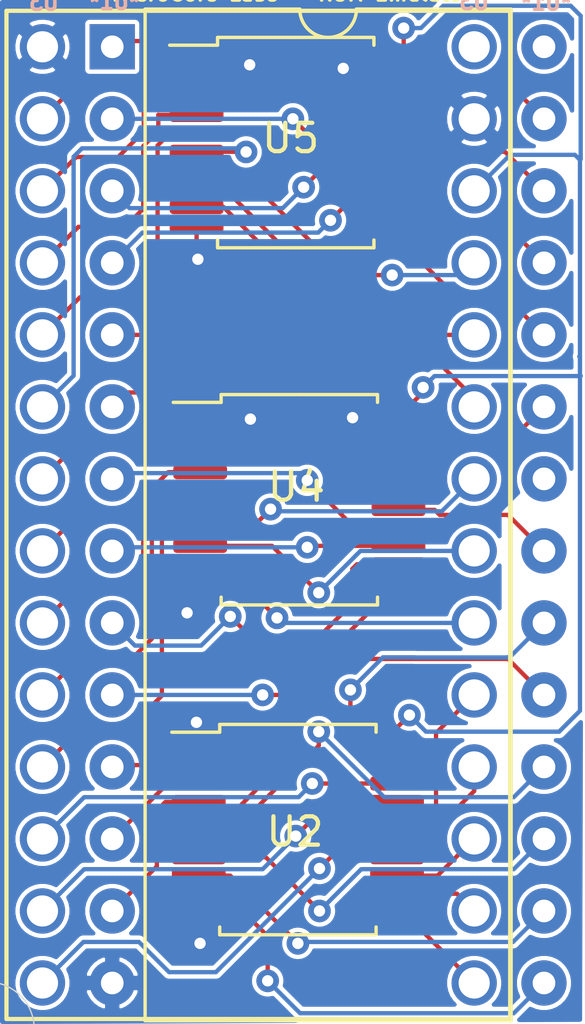
<source format=kicad_pcb>
(kicad_pcb (version 20171130) (host pcbnew "(5.1.8)-1")

  (general
    (thickness 1.6)
    (drawings 10)
    (tracks 315)
    (zones 0)
    (modules 5)
    (nets 55)
  )

  (page A4)
  (layers
    (0 F.Cu signal hide)
    (31 B.Cu signal)
    (32 B.Adhes user hide)
    (33 F.Adhes user hide)
    (34 B.Paste user hide)
    (35 F.Paste user hide)
    (36 B.SilkS user hide)
    (37 F.SilkS user hide)
    (38 B.Mask user hide)
    (39 F.Mask user hide)
    (40 Dwgs.User user hide)
    (41 Cmts.User user hide)
    (42 Eco1.User user hide)
    (43 Eco2.User user hide)
    (44 Edge.Cuts user hide)
    (45 Margin user hide)
    (46 B.CrtYd user hide)
    (47 F.CrtYd user hide)
    (48 B.Fab user hide)
    (49 F.Fab user hide)
  )

  (setup
    (last_trace_width 0.1524)
    (trace_clearance 0.1524)
    (zone_clearance 0.1524)
    (zone_45_only no)
    (trace_min 0.1524)
    (via_size 0.8)
    (via_drill 0.4)
    (via_min_size 0.4)
    (via_min_drill 0.3)
    (uvia_size 0.3)
    (uvia_drill 0.1)
    (uvias_allowed no)
    (uvia_min_size 0.2)
    (uvia_min_drill 0.1)
    (edge_width 0.05)
    (segment_width 0.2)
    (pcb_text_width 0.3)
    (pcb_text_size 1.5 1.5)
    (mod_edge_width 0.12)
    (mod_text_size 1 1)
    (mod_text_width 0.15)
    (pad_size 1.524 1.524)
    (pad_drill 0.762)
    (pad_to_mask_clearance 0)
    (aux_axis_origin 162.6108 118.5926)
    (visible_elements 7FFDFFFF)
    (pcbplotparams
      (layerselection 0x010fc_ffffffff)
      (usegerberextensions true)
      (usegerberattributes false)
      (usegerberadvancedattributes false)
      (creategerberjobfile false)
      (excludeedgelayer true)
      (linewidth 0.100000)
      (plotframeref false)
      (viasonmask false)
      (mode 1)
      (useauxorigin false)
      (hpglpennumber 1)
      (hpglpenspeed 20)
      (hpglpendiameter 15.000000)
      (psnegative false)
      (psa4output false)
      (plotreference true)
      (plotvalue true)
      (plotinvisibletext false)
      (padsonsilk false)
      (subtractmaskfromsilk false)
      (outputformat 1)
      (mirror false)
      (drillshape 0)
      (scaleselection 1)
      (outputdirectory "PCB_Files/"))
  )

  (net 0 "")
  (net 1 "Net-(U1-Pad28)")
  (net 2 GND)
  (net 3 V5_A14)
  (net 4 V5_D2)
  (net 5 V5_A13)
  (net 6 V5_D1)
  (net 7 V5_A8)
  (net 8 V5_D0)
  (net 9 V5_A9)
  (net 10 V5_A0)
  (net 11 V5_A11)
  (net 12 V5_A1)
  (net 13 OE_n)
  (net 14 V5_A2)
  (net 15 V5_A10)
  (net 16 V5_A3)
  (net 17 V5_A4)
  (net 18 V5_D7)
  (net 19 V5_A5)
  (net 20 V5_D6)
  (net 21 V5_A6)
  (net 22 V5_D5)
  (net 23 V5_A7)
  (net 24 V5_D4)
  (net 25 V5_A12)
  (net 26 V5_D3)
  (net 27 V5_A15)
  (net 28 +3V3)
  (net 29 V3_D0)
  (net 30 V3_D1)
  (net 31 V3_D2)
  (net 32 V3_D3)
  (net 33 V3_D4)
  (net 34 V3_D5)
  (net 35 V3_D6)
  (net 36 V3_D7)
  (net 37 "Net-(U3-Pad33)")
  (net 38 V3_A7)
  (net 39 V3_A6)
  (net 40 V3_A5)
  (net 41 V3_A4)
  (net 42 V3_A3)
  (net 43 V3_A2)
  (net 44 V3_A1)
  (net 45 V3_A0)
  (net 46 V3_A15)
  (net 47 V3_A14)
  (net 48 V3_A13)
  (net 49 V3_A12)
  (net 50 V3_A11)
  (net 51 V3_A10)
  (net 52 V3_A9)
  (net 53 V3_A8)
  (net 54 "Net-(U1-Pad22)")

  (net_class Default "This is the default net class."
    (clearance 0.1524)
    (trace_width 0.1524)
    (via_dia 0.8)
    (via_drill 0.4)
    (uvia_dia 0.3)
    (uvia_drill 0.1)
    (add_net +3V3)
    (add_net GND)
    (add_net "Net-(U1-Pad22)")
    (add_net "Net-(U1-Pad28)")
    (add_net "Net-(U3-Pad33)")
    (add_net OE_n)
    (add_net V3_A0)
    (add_net V3_A1)
    (add_net V3_A10)
    (add_net V3_A11)
    (add_net V3_A12)
    (add_net V3_A13)
    (add_net V3_A14)
    (add_net V3_A15)
    (add_net V3_A2)
    (add_net V3_A3)
    (add_net V3_A4)
    (add_net V3_A5)
    (add_net V3_A6)
    (add_net V3_A7)
    (add_net V3_A8)
    (add_net V3_A9)
    (add_net V3_D0)
    (add_net V3_D1)
    (add_net V3_D2)
    (add_net V3_D3)
    (add_net V3_D4)
    (add_net V3_D5)
    (add_net V3_D6)
    (add_net V3_D7)
    (add_net V5_A0)
    (add_net V5_A1)
    (add_net V5_A10)
    (add_net V5_A11)
    (add_net V5_A12)
    (add_net V5_A13)
    (add_net V5_A14)
    (add_net V5_A15)
    (add_net V5_A2)
    (add_net V5_A3)
    (add_net V5_A4)
    (add_net V5_A5)
    (add_net V5_A6)
    (add_net V5_A7)
    (add_net V5_A8)
    (add_net V5_A9)
    (add_net V5_D0)
    (add_net V5_D1)
    (add_net V5_D2)
    (add_net V5_D3)
    (add_net V5_D4)
    (add_net V5_D5)
    (add_net V5_D6)
    (add_net V5_D7)
  )

  (module Teensy:Teensy40 (layer F.Cu) (tedit 601A3FA1) (tstamp 601A9BB5)
    (at 172.1866 100.457 270)
    (path /601A6865)
    (fp_text reference U3 (at -14.2494 10.5156) (layer F.SilkS) hide
      (effects (font (size 1 1) (thickness 0.15)))
    )
    (fp_text value Teensy4.0 (at 0 10.16 90) (layer F.Fab) hide
      (effects (font (size 1 1) (thickness 0.15)))
    )
    (fp_line (start -17.78 8.89) (end -17.78 -8.89) (layer F.SilkS) (width 0.15))
    (fp_line (start 17.78 8.89) (end -17.78 8.89) (layer F.SilkS) (width 0.15))
    (fp_line (start 17.78 -8.89) (end 17.78 8.89) (layer F.SilkS) (width 0.15))
    (fp_line (start -17.78 -8.89) (end 17.78 -8.89) (layer F.SilkS) (width 0.15))
    (pad 20 thru_hole circle (at 16.51 -7.62 270) (size 1.6 1.6) (drill 1.1) (layers *.Cu *.Mask)
      (net 32 V3_D3))
    (pad 14 thru_hole circle (at 16.51 7.62 270) (size 1.6 1.6) (drill 1.1) (layers *.Cu *.Mask)
      (net 31 V3_D2))
    (pad 21 thru_hole circle (at 13.97 -7.62 270) (size 1.6 1.6) (drill 1.1) (layers *.Cu *.Mask)
      (net 33 V3_D4))
    (pad 22 thru_hole circle (at 11.43 -7.62 270) (size 1.6 1.6) (drill 1.1) (layers *.Cu *.Mask)
      (net 34 V3_D5))
    (pad 23 thru_hole circle (at 8.89 -7.62 270) (size 1.6 1.6) (drill 1.1) (layers *.Cu *.Mask)
      (net 35 V3_D6))
    (pad 24 thru_hole circle (at 6.35 -7.62 270) (size 1.6 1.6) (drill 1.1) (layers *.Cu *.Mask)
      (net 36 V3_D7))
    (pad 25 thru_hole circle (at 3.81 -7.62 270) (size 1.6 1.6) (drill 1.1) (layers *.Cu *.Mask)
      (net 45 V3_A0))
    (pad 26 thru_hole circle (at 1.27 -7.62 270) (size 1.6 1.6) (drill 1.1) (layers *.Cu *.Mask)
      (net 44 V3_A1))
    (pad 27 thru_hole circle (at -1.27 -7.62 270) (size 1.6 1.6) (drill 1.1) (layers *.Cu *.Mask)
      (net 43 V3_A2))
    (pad 28 thru_hole circle (at -3.81 -7.62 270) (size 1.6 1.6) (drill 1.1) (layers *.Cu *.Mask)
      (net 52 V3_A9))
    (pad 29 thru_hole circle (at -6.35 -7.62 270) (size 1.6 1.6) (drill 1.1) (layers *.Cu *.Mask)
      (net 39 V3_A6))
    (pad 30 thru_hole circle (at -8.89 -7.62 270) (size 1.6 1.6) (drill 1.1) (layers *.Cu *.Mask)
      (net 53 V3_A8))
    (pad 31 thru_hole circle (at -11.43 -7.62 270) (size 1.6 1.6) (drill 1.1) (layers *.Cu *.Mask)
      (net 28 +3V3))
    (pad 32 thru_hole circle (at -13.97 -7.62 270) (size 1.6 1.6) (drill 1.1) (layers *.Cu *.Mask)
      (net 2 GND))
    (pad 33 thru_hole circle (at -16.51 -7.62 270) (size 1.6 1.6) (drill 1.1) (layers *.Cu *.Mask)
      (net 37 "Net-(U3-Pad33)"))
    (pad 13 thru_hole circle (at 13.97 7.62 270) (size 1.6 1.6) (drill 1.1) (layers *.Cu *.Mask)
      (net 30 V3_D1))
    (pad 12 thru_hole circle (at 11.43 7.62 270) (size 1.6 1.6) (drill 1.1) (layers *.Cu *.Mask)
      (net 29 V3_D0))
    (pad 11 thru_hole circle (at 8.89 7.62 270) (size 1.6 1.6) (drill 1.1) (layers *.Cu *.Mask)
      (net 42 V3_A3))
    (pad 10 thru_hole circle (at 6.35 7.62 270) (size 1.6 1.6) (drill 1.1) (layers *.Cu *.Mask)
      (net 51 V3_A10))
    (pad 9 thru_hole circle (at 3.81 7.62 270) (size 1.6 1.6) (drill 1.1) (layers *.Cu *.Mask)
      (net 41 V3_A4))
    (pad 8 thru_hole circle (at 1.27 7.62 270) (size 1.6 1.6) (drill 1.1) (layers *.Cu *.Mask)
      (net 50 V3_A11))
    (pad 7 thru_hole circle (at -1.27 7.62 270) (size 1.6 1.6) (drill 1.1) (layers *.Cu *.Mask)
      (net 40 V3_A5))
    (pad 6 thru_hole circle (at -3.81 7.62 270) (size 1.6 1.6) (drill 1.1) (layers *.Cu *.Mask)
      (net 38 V3_A7))
    (pad 5 thru_hole circle (at -6.35 7.62 270) (size 1.6 1.6) (drill 1.1) (layers *.Cu *.Mask)
      (net 48 V3_A13))
    (pad 4 thru_hole circle (at -8.89 7.62 270) (size 1.6 1.6) (drill 1.1) (layers *.Cu *.Mask)
      (net 49 V3_A12))
    (pad 3 thru_hole circle (at -11.43 7.62 270) (size 1.6 1.6) (drill 1.1) (layers *.Cu *.Mask)
      (net 47 V3_A14))
    (pad 2 thru_hole circle (at -13.97 7.62 270) (size 1.6 1.6) (drill 1.1) (layers *.Cu *.Mask)
      (net 46 V3_A15))
    (pad 1 thru_hole circle (at -16.51 7.62 270) (size 1.6 1.6) (drill 1.1) (layers *.Cu *.Mask)
      (net 2 GND))
    (model ${KICAD_USER_DIR}/teensy.pretty/Teensy_4.0_Assembly.STEP
      (offset (xyz 33 9.5 -11))
      (scale (xyz 1 1 1))
      (rotate (xyz -90 0 0))
    )
  )

  (module Package_SO:SSOP-20_5.3x7.2mm_P0.65mm (layer F.Cu) (tedit 5D9F72B1) (tstamp 601AC1FF)
    (at 173.5074 87.3252)
    (descr "SSOP, 20 Pin (http://ww1.microchip.com/downloads/en/DeviceDoc/40001800C.pdf), generated with kicad-footprint-generator ipc_gullwing_generator.py")
    (tags "SSOP SO")
    (path /601FC8F4)
    (attr smd)
    (fp_text reference U5 (at -0.1778 -0.1524) (layer F.SilkS)
      (effects (font (size 1 1) (thickness 0.15)))
    )
    (fp_text value 74LS245 (at 0 4.55) (layer F.Fab)
      (effects (font (size 1 1) (thickness 0.15)))
    )
    (fp_line (start 0 3.71) (end 2.76 3.71) (layer F.SilkS) (width 0.12))
    (fp_line (start 2.76 3.71) (end 2.76 3.435) (layer F.SilkS) (width 0.12))
    (fp_line (start 0 3.71) (end -2.76 3.71) (layer F.SilkS) (width 0.12))
    (fp_line (start -2.76 3.71) (end -2.76 3.435) (layer F.SilkS) (width 0.12))
    (fp_line (start 0 -3.71) (end 2.76 -3.71) (layer F.SilkS) (width 0.12))
    (fp_line (start 2.76 -3.71) (end 2.76 -3.435) (layer F.SilkS) (width 0.12))
    (fp_line (start 0 -3.71) (end -2.76 -3.71) (layer F.SilkS) (width 0.12))
    (fp_line (start -2.76 -3.71) (end -2.76 -3.435) (layer F.SilkS) (width 0.12))
    (fp_line (start -2.76 -3.435) (end -4.45 -3.435) (layer F.SilkS) (width 0.12))
    (fp_line (start -1.65 -3.6) (end 2.65 -3.6) (layer F.Fab) (width 0.1))
    (fp_line (start 2.65 -3.6) (end 2.65 3.6) (layer F.Fab) (width 0.1))
    (fp_line (start 2.65 3.6) (end -2.65 3.6) (layer F.Fab) (width 0.1))
    (fp_line (start -2.65 3.6) (end -2.65 -2.6) (layer F.Fab) (width 0.1))
    (fp_line (start -2.65 -2.6) (end -1.65 -3.6) (layer F.Fab) (width 0.1))
    (fp_line (start -4.7 -3.85) (end -4.7 3.85) (layer F.CrtYd) (width 0.05))
    (fp_line (start -4.7 3.85) (end 4.7 3.85) (layer F.CrtYd) (width 0.05))
    (fp_line (start 4.7 3.85) (end 4.7 -3.85) (layer F.CrtYd) (width 0.05))
    (fp_line (start 4.7 -3.85) (end -4.7 -3.85) (layer F.CrtYd) (width 0.05))
    (fp_text user %R (at 0 0) (layer F.Fab)
      (effects (font (size 1 1) (thickness 0.15)))
    )
    (pad 1 smd roundrect (at -3.5 -2.925) (size 1.9 0.5) (layers F.Cu F.Paste F.Mask) (roundrect_rratio 0.25)
      (net 2 GND))
    (pad 2 smd roundrect (at -3.5 -2.275) (size 1.9 0.5) (layers F.Cu F.Paste F.Mask) (roundrect_rratio 0.25)
      (net 46 V3_A15))
    (pad 3 smd roundrect (at -3.5 -1.625) (size 1.9 0.5) (layers F.Cu F.Paste F.Mask) (roundrect_rratio 0.25)
      (net 47 V3_A14))
    (pad 4 smd roundrect (at -3.5 -0.975) (size 1.9 0.5) (layers F.Cu F.Paste F.Mask) (roundrect_rratio 0.25)
      (net 49 V3_A12))
    (pad 5 smd roundrect (at -3.5 -0.325) (size 1.9 0.5) (layers F.Cu F.Paste F.Mask) (roundrect_rratio 0.25)
      (net 48 V3_A13))
    (pad 6 smd roundrect (at -3.5 0.325) (size 1.9 0.5) (layers F.Cu F.Paste F.Mask) (roundrect_rratio 0.25)
      (net 38 V3_A7))
    (pad 7 smd roundrect (at -3.5 0.975) (size 1.9 0.5) (layers F.Cu F.Paste F.Mask) (roundrect_rratio 0.25)
      (net 53 V3_A8))
    (pad 8 smd roundrect (at -3.5 1.625) (size 1.9 0.5) (layers F.Cu F.Paste F.Mask) (roundrect_rratio 0.25)
      (net 39 V3_A6))
    (pad 9 smd roundrect (at -3.5 2.275) (size 1.9 0.5) (layers F.Cu F.Paste F.Mask) (roundrect_rratio 0.25)
      (net 52 V3_A9))
    (pad 10 smd roundrect (at -3.5 2.925) (size 1.9 0.5) (layers F.Cu F.Paste F.Mask) (roundrect_rratio 0.25)
      (net 2 GND))
    (pad 11 smd roundrect (at 3.5 2.925) (size 1.9 0.5) (layers F.Cu F.Paste F.Mask) (roundrect_rratio 0.25)
      (net 9 V5_A9))
    (pad 12 smd roundrect (at 3.5 2.275) (size 1.9 0.5) (layers F.Cu F.Paste F.Mask) (roundrect_rratio 0.25)
      (net 21 V5_A6))
    (pad 13 smd roundrect (at 3.5 1.625) (size 1.9 0.5) (layers F.Cu F.Paste F.Mask) (roundrect_rratio 0.25)
      (net 7 V5_A8))
    (pad 14 smd roundrect (at 3.5 0.975) (size 1.9 0.5) (layers F.Cu F.Paste F.Mask) (roundrect_rratio 0.25)
      (net 23 V5_A7))
    (pad 15 smd roundrect (at 3.5 0.325) (size 1.9 0.5) (layers F.Cu F.Paste F.Mask) (roundrect_rratio 0.25)
      (net 5 V5_A13))
    (pad 16 smd roundrect (at 3.5 -0.325) (size 1.9 0.5) (layers F.Cu F.Paste F.Mask) (roundrect_rratio 0.25)
      (net 25 V5_A12))
    (pad 17 smd roundrect (at 3.5 -0.975) (size 1.9 0.5) (layers F.Cu F.Paste F.Mask) (roundrect_rratio 0.25)
      (net 3 V5_A14))
    (pad 18 smd roundrect (at 3.5 -1.625) (size 1.9 0.5) (layers F.Cu F.Paste F.Mask) (roundrect_rratio 0.25)
      (net 27 V5_A15))
    (pad 19 smd roundrect (at 3.5 -2.275) (size 1.9 0.5) (layers F.Cu F.Paste F.Mask) (roundrect_rratio 0.25)
      (net 2 GND))
    (pad 20 smd roundrect (at 3.5 -2.925) (size 1.9 0.5) (layers F.Cu F.Paste F.Mask) (roundrect_rratio 0.25)
      (net 28 +3V3))
    (model ${KISYS3DMOD}/Package_SO.3dshapes/SSOP-20_5.3x7.2mm_P0.65mm.wrl
      (at (xyz 0 0 0))
      (scale (xyz 1 1 1))
      (rotate (xyz 0 0 0))
    )
  )

  (module Package_SO:SSOP-20_5.3x7.2mm_P0.65mm (layer F.Cu) (tedit 5D9F72B1) (tstamp 601AC1D4)
    (at 173.6344 99.9236)
    (descr "SSOP, 20 Pin (http://ww1.microchip.com/downloads/en/DeviceDoc/40001800C.pdf), generated with kicad-footprint-generator ipc_gullwing_generator.py")
    (tags "SSOP SO")
    (path /601CCDA1)
    (attr smd)
    (fp_text reference U4 (at -0.1016 -0.4572) (layer F.SilkS)
      (effects (font (size 1 1) (thickness 0.15)))
    )
    (fp_text value 74LS245 (at 0 4.55) (layer F.Fab)
      (effects (font (size 1 1) (thickness 0.15)))
    )
    (fp_line (start 4.7 -3.85) (end -4.7 -3.85) (layer F.CrtYd) (width 0.05))
    (fp_line (start 4.7 3.85) (end 4.7 -3.85) (layer F.CrtYd) (width 0.05))
    (fp_line (start -4.7 3.85) (end 4.7 3.85) (layer F.CrtYd) (width 0.05))
    (fp_line (start -4.7 -3.85) (end -4.7 3.85) (layer F.CrtYd) (width 0.05))
    (fp_line (start -2.65 -2.6) (end -1.65 -3.6) (layer F.Fab) (width 0.1))
    (fp_line (start -2.65 3.6) (end -2.65 -2.6) (layer F.Fab) (width 0.1))
    (fp_line (start 2.65 3.6) (end -2.65 3.6) (layer F.Fab) (width 0.1))
    (fp_line (start 2.65 -3.6) (end 2.65 3.6) (layer F.Fab) (width 0.1))
    (fp_line (start -1.65 -3.6) (end 2.65 -3.6) (layer F.Fab) (width 0.1))
    (fp_line (start -2.76 -3.435) (end -4.45 -3.435) (layer F.SilkS) (width 0.12))
    (fp_line (start -2.76 -3.71) (end -2.76 -3.435) (layer F.SilkS) (width 0.12))
    (fp_line (start 0 -3.71) (end -2.76 -3.71) (layer F.SilkS) (width 0.12))
    (fp_line (start 2.76 -3.71) (end 2.76 -3.435) (layer F.SilkS) (width 0.12))
    (fp_line (start 0 -3.71) (end 2.76 -3.71) (layer F.SilkS) (width 0.12))
    (fp_line (start -2.76 3.71) (end -2.76 3.435) (layer F.SilkS) (width 0.12))
    (fp_line (start 0 3.71) (end -2.76 3.71) (layer F.SilkS) (width 0.12))
    (fp_line (start 2.76 3.71) (end 2.76 3.435) (layer F.SilkS) (width 0.12))
    (fp_line (start 0 3.71) (end 2.76 3.71) (layer F.SilkS) (width 0.12))
    (fp_text user %R (at 0 0) (layer F.Fab)
      (effects (font (size 1 1) (thickness 0.15)))
    )
    (pad 20 smd roundrect (at 3.5 -2.925) (size 1.9 0.5) (layers F.Cu F.Paste F.Mask) (roundrect_rratio 0.25)
      (net 28 +3V3))
    (pad 19 smd roundrect (at 3.5 -2.275) (size 1.9 0.5) (layers F.Cu F.Paste F.Mask) (roundrect_rratio 0.25)
      (net 2 GND))
    (pad 18 smd roundrect (at 3.5 -1.625) (size 1.9 0.5) (layers F.Cu F.Paste F.Mask) (roundrect_rratio 0.25)
      (net 19 V5_A5))
    (pad 17 smd roundrect (at 3.5 -0.975) (size 1.9 0.5) (layers F.Cu F.Paste F.Mask) (roundrect_rratio 0.25)
      (net 11 V5_A11))
    (pad 16 smd roundrect (at 3.5 -0.325) (size 1.9 0.5) (layers F.Cu F.Paste F.Mask) (roundrect_rratio 0.25)
      (net 17 V5_A4))
    (pad 15 smd roundrect (at 3.5 0.325) (size 1.9 0.5) (layers F.Cu F.Paste F.Mask) (roundrect_rratio 0.25)
      (net 15 V5_A10))
    (pad 14 smd roundrect (at 3.5 0.975) (size 1.9 0.5) (layers F.Cu F.Paste F.Mask) (roundrect_rratio 0.25)
      (net 16 V5_A3))
    (pad 13 smd roundrect (at 3.5 1.625) (size 1.9 0.5) (layers F.Cu F.Paste F.Mask) (roundrect_rratio 0.25)
      (net 14 V5_A2))
    (pad 12 smd roundrect (at 3.5 2.275) (size 1.9 0.5) (layers F.Cu F.Paste F.Mask) (roundrect_rratio 0.25)
      (net 12 V5_A1))
    (pad 11 smd roundrect (at 3.5 2.925) (size 1.9 0.5) (layers F.Cu F.Paste F.Mask) (roundrect_rratio 0.25)
      (net 10 V5_A0))
    (pad 10 smd roundrect (at -3.5 2.925) (size 1.9 0.5) (layers F.Cu F.Paste F.Mask) (roundrect_rratio 0.25)
      (net 2 GND))
    (pad 9 smd roundrect (at -3.5 2.275) (size 1.9 0.5) (layers F.Cu F.Paste F.Mask) (roundrect_rratio 0.25)
      (net 45 V3_A0))
    (pad 8 smd roundrect (at -3.5 1.625) (size 1.9 0.5) (layers F.Cu F.Paste F.Mask) (roundrect_rratio 0.25)
      (net 44 V3_A1))
    (pad 7 smd roundrect (at -3.5 0.975) (size 1.9 0.5) (layers F.Cu F.Paste F.Mask) (roundrect_rratio 0.25)
      (net 43 V3_A2))
    (pad 6 smd roundrect (at -3.5 0.325) (size 1.9 0.5) (layers F.Cu F.Paste F.Mask) (roundrect_rratio 0.25)
      (net 42 V3_A3))
    (pad 5 smd roundrect (at -3.5 -0.325) (size 1.9 0.5) (layers F.Cu F.Paste F.Mask) (roundrect_rratio 0.25)
      (net 51 V3_A10))
    (pad 4 smd roundrect (at -3.5 -0.975) (size 1.9 0.5) (layers F.Cu F.Paste F.Mask) (roundrect_rratio 0.25)
      (net 41 V3_A4))
    (pad 3 smd roundrect (at -3.5 -1.625) (size 1.9 0.5) (layers F.Cu F.Paste F.Mask) (roundrect_rratio 0.25)
      (net 50 V3_A11))
    (pad 2 smd roundrect (at -3.5 -2.275) (size 1.9 0.5) (layers F.Cu F.Paste F.Mask) (roundrect_rratio 0.25)
      (net 40 V3_A5))
    (pad 1 smd roundrect (at -3.5 -2.925) (size 1.9 0.5) (layers F.Cu F.Paste F.Mask) (roundrect_rratio 0.25)
      (net 2 GND))
    (model ${KISYS3DMOD}/Package_SO.3dshapes/SSOP-20_5.3x7.2mm_P0.65mm.wrl
      (at (xyz 0 0 0))
      (scale (xyz 1 1 1))
      (rotate (xyz 0 0 0))
    )
  )

  (module Package_SO:SSOP-20_5.3x7.2mm_P0.65mm (layer F.Cu) (tedit 5D9F72B1) (tstamp 601A9B65)
    (at 173.5836 111.5568)
    (descr "SSOP, 20 Pin (http://ww1.microchip.com/downloads/en/DeviceDoc/40001800C.pdf), generated with kicad-footprint-generator ipc_gullwing_generator.py")
    (tags "SSOP SO")
    (path /601A9F2F)
    (attr smd)
    (fp_text reference U2 (at -0.1016 0.0762) (layer F.SilkS)
      (effects (font (size 1 1) (thickness 0.15)))
    )
    (fp_text value 74LS245 (at 3.81 25.19) (layer F.Fab)
      (effects (font (size 1 1) (thickness 0.15)))
    )
    (fp_line (start 4.7 -3.85) (end -4.7 -3.85) (layer F.CrtYd) (width 0.05))
    (fp_line (start 4.7 3.85) (end 4.7 -3.85) (layer F.CrtYd) (width 0.05))
    (fp_line (start -4.7 3.85) (end 4.7 3.85) (layer F.CrtYd) (width 0.05))
    (fp_line (start -4.7 -3.85) (end -4.7 3.85) (layer F.CrtYd) (width 0.05))
    (fp_line (start -2.65 -2.6) (end -1.65 -3.6) (layer F.Fab) (width 0.1))
    (fp_line (start -2.65 3.6) (end -2.65 -2.6) (layer F.Fab) (width 0.1))
    (fp_line (start 2.65 3.6) (end -2.65 3.6) (layer F.Fab) (width 0.1))
    (fp_line (start 2.65 -3.6) (end 2.65 3.6) (layer F.Fab) (width 0.1))
    (fp_line (start -1.65 -3.6) (end 2.65 -3.6) (layer F.Fab) (width 0.1))
    (fp_line (start -2.76 -3.435) (end -4.45 -3.435) (layer F.SilkS) (width 0.12))
    (fp_line (start -2.76 -3.71) (end -2.76 -3.435) (layer F.SilkS) (width 0.12))
    (fp_line (start 0 -3.71) (end -2.76 -3.71) (layer F.SilkS) (width 0.12))
    (fp_line (start 2.76 -3.71) (end 2.76 -3.435) (layer F.SilkS) (width 0.12))
    (fp_line (start 0 -3.71) (end 2.76 -3.71) (layer F.SilkS) (width 0.12))
    (fp_line (start -2.76 3.71) (end -2.76 3.435) (layer F.SilkS) (width 0.12))
    (fp_line (start 0 3.71) (end -2.76 3.71) (layer F.SilkS) (width 0.12))
    (fp_line (start 2.76 3.71) (end 2.76 3.435) (layer F.SilkS) (width 0.12))
    (fp_line (start 0 3.71) (end 2.76 3.71) (layer F.SilkS) (width 0.12))
    (pad 20 smd roundrect (at 3.5 -2.925) (size 1.9 0.5) (layers F.Cu F.Paste F.Mask) (roundrect_rratio 0.25)
      (net 28 +3V3))
    (pad 19 smd roundrect (at 3.5 -2.275) (size 1.9 0.5) (layers F.Cu F.Paste F.Mask) (roundrect_rratio 0.25)
      (net 13 OE_n))
    (pad 18 smd roundrect (at 3.5 -1.625) (size 1.9 0.5) (layers F.Cu F.Paste F.Mask) (roundrect_rratio 0.25)
      (net 29 V3_D0))
    (pad 17 smd roundrect (at 3.5 -0.975) (size 1.9 0.5) (layers F.Cu F.Paste F.Mask) (roundrect_rratio 0.25)
      (net 30 V3_D1))
    (pad 16 smd roundrect (at 3.5 -0.325) (size 1.9 0.5) (layers F.Cu F.Paste F.Mask) (roundrect_rratio 0.25)
      (net 31 V3_D2))
    (pad 15 smd roundrect (at 3.5 0.325) (size 1.9 0.5) (layers F.Cu F.Paste F.Mask) (roundrect_rratio 0.25)
      (net 36 V3_D7))
    (pad 14 smd roundrect (at 3.5 0.975) (size 1.9 0.5) (layers F.Cu F.Paste F.Mask) (roundrect_rratio 0.25)
      (net 35 V3_D6))
    (pad 13 smd roundrect (at 3.5 1.625) (size 1.9 0.5) (layers F.Cu F.Paste F.Mask) (roundrect_rratio 0.25)
      (net 34 V3_D5))
    (pad 12 smd roundrect (at 3.5 2.275) (size 1.9 0.5) (layers F.Cu F.Paste F.Mask) (roundrect_rratio 0.25)
      (net 33 V3_D4))
    (pad 11 smd roundrect (at 3.5 2.925) (size 1.9 0.5) (layers F.Cu F.Paste F.Mask) (roundrect_rratio 0.25)
      (net 32 V3_D3))
    (pad 10 smd roundrect (at -3.5 2.925) (size 1.9 0.5) (layers F.Cu F.Paste F.Mask) (roundrect_rratio 0.25)
      (net 2 GND))
    (pad 9 smd roundrect (at -3.5 2.275) (size 1.9 0.5) (layers F.Cu F.Paste F.Mask) (roundrect_rratio 0.25)
      (net 26 V5_D3))
    (pad 8 smd roundrect (at -3.5 1.625) (size 1.9 0.5) (layers F.Cu F.Paste F.Mask) (roundrect_rratio 0.25)
      (net 24 V5_D4))
    (pad 7 smd roundrect (at -3.5 0.975) (size 1.9 0.5) (layers F.Cu F.Paste F.Mask) (roundrect_rratio 0.25)
      (net 22 V5_D5))
    (pad 6 smd roundrect (at -3.5 0.325) (size 1.9 0.5) (layers F.Cu F.Paste F.Mask) (roundrect_rratio 0.25)
      (net 20 V5_D6))
    (pad 5 smd roundrect (at -3.5 -0.325) (size 1.9 0.5) (layers F.Cu F.Paste F.Mask) (roundrect_rratio 0.25)
      (net 18 V5_D7))
    (pad 4 smd roundrect (at -3.5 -0.975) (size 1.9 0.5) (layers F.Cu F.Paste F.Mask) (roundrect_rratio 0.25)
      (net 4 V5_D2))
    (pad 3 smd roundrect (at -3.5 -1.625) (size 1.9 0.5) (layers F.Cu F.Paste F.Mask) (roundrect_rratio 0.25)
      (net 6 V5_D1))
    (pad 2 smd roundrect (at -3.5 -2.275) (size 1.9 0.5) (layers F.Cu F.Paste F.Mask) (roundrect_rratio 0.25)
      (net 8 V5_D0))
    (pad 1 smd roundrect (at -3.5 -2.925) (size 1.9 0.5) (layers F.Cu F.Paste F.Mask) (roundrect_rratio 0.25)
      (net 2 GND))
    (model ${KISYS3DMOD}/Package_SO.3dshapes/SSOP-20_5.3x7.2mm_P0.65mm.wrl
      (at (xyz 0 0 0))
      (scale (xyz 1 1 1))
      (rotate (xyz 0 0 0))
    )
  )

  (module Package_DIP:DIP-28_W15.24mm (layer F.Cu) (tedit 5A02E8C5) (tstamp 601A9B35)
    (at 167.0304 83.947)
    (descr "28-lead though-hole mounted DIP package, row spacing 15.24 mm (600 mils)")
    (tags "THT DIP DIL PDIP 2.54mm 15.24mm 600mil")
    (path /601A8B4C)
    (fp_text reference U1 (at -5.3848 0.7366) (layer F.SilkS) hide
      (effects (font (size 1 1) (thickness 0.15)))
    )
    (fp_text value 27C512 (at 7.62 35.35) (layer F.Fab) hide
      (effects (font (size 1 1) (thickness 0.15)))
    )
    (fp_line (start 16.3 -1.55) (end -1.05 -1.55) (layer F.CrtYd) (width 0.05))
    (fp_line (start 16.3 34.55) (end 16.3 -1.55) (layer F.CrtYd) (width 0.05))
    (fp_line (start -1.05 34.55) (end 16.3 34.55) (layer F.CrtYd) (width 0.05))
    (fp_line (start -1.05 -1.55) (end -1.05 34.55) (layer F.CrtYd) (width 0.05))
    (fp_line (start 14.08 -1.33) (end 8.62 -1.33) (layer F.SilkS) (width 0.12))
    (fp_line (start 14.08 34.35) (end 14.08 -1.33) (layer F.SilkS) (width 0.12))
    (fp_line (start 1.16 34.35) (end 14.08 34.35) (layer F.SilkS) (width 0.12))
    (fp_line (start 1.16 -1.33) (end 1.16 34.35) (layer F.SilkS) (width 0.12))
    (fp_line (start 6.62 -1.33) (end 1.16 -1.33) (layer F.SilkS) (width 0.12))
    (fp_line (start 0.255 -0.27) (end 1.255 -1.27) (layer F.Fab) (width 0.1))
    (fp_line (start 0.255 34.29) (end 0.255 -0.27) (layer F.Fab) (width 0.1))
    (fp_line (start 14.985 34.29) (end 0.255 34.29) (layer F.Fab) (width 0.1))
    (fp_line (start 14.985 -1.27) (end 14.985 34.29) (layer F.Fab) (width 0.1))
    (fp_line (start 1.255 -1.27) (end 14.985 -1.27) (layer F.Fab) (width 0.1))
    (fp_text user %R (at 7.62 16.51) (layer F.Fab) hide
      (effects (font (size 1 1) (thickness 0.15)))
    )
    (fp_arc (start 7.62 -1.33) (end 6.62 -1.33) (angle -180) (layer F.SilkS) (width 0.12))
    (pad 28 thru_hole oval (at 15.24 0) (size 1.6 1.6) (drill 0.8) (layers *.Cu *.Mask)
      (net 1 "Net-(U1-Pad28)"))
    (pad 14 thru_hole oval (at 0 33.02) (size 1.6 1.6) (drill 0.8) (layers *.Cu *.Mask)
      (net 2 GND))
    (pad 27 thru_hole oval (at 15.24 2.54) (size 1.6 1.6) (drill 0.8) (layers *.Cu *.Mask)
      (net 3 V5_A14))
    (pad 13 thru_hole oval (at 0 30.48) (size 1.6 1.6) (drill 0.8) (layers *.Cu *.Mask)
      (net 4 V5_D2))
    (pad 26 thru_hole oval (at 15.24 5.08) (size 1.6 1.6) (drill 0.8) (layers *.Cu *.Mask)
      (net 5 V5_A13))
    (pad 12 thru_hole oval (at 0 27.94) (size 1.6 1.6) (drill 0.8) (layers *.Cu *.Mask)
      (net 6 V5_D1))
    (pad 25 thru_hole oval (at 15.24 7.62) (size 1.6 1.6) (drill 0.8) (layers *.Cu *.Mask)
      (net 7 V5_A8))
    (pad 11 thru_hole oval (at 0 25.4) (size 1.6 1.6) (drill 0.8) (layers *.Cu *.Mask)
      (net 8 V5_D0))
    (pad 24 thru_hole oval (at 15.24 10.16) (size 1.6 1.6) (drill 0.8) (layers *.Cu *.Mask)
      (net 9 V5_A9))
    (pad 10 thru_hole oval (at 0 22.86) (size 1.6 1.6) (drill 0.8) (layers *.Cu *.Mask)
      (net 10 V5_A0))
    (pad 23 thru_hole oval (at 15.24 12.7) (size 1.6 1.6) (drill 0.8) (layers *.Cu *.Mask)
      (net 11 V5_A11))
    (pad 9 thru_hole oval (at 0 20.32) (size 1.6 1.6) (drill 0.8) (layers *.Cu *.Mask)
      (net 12 V5_A1))
    (pad 22 thru_hole oval (at 15.24 15.24) (size 1.6 1.6) (drill 0.8) (layers *.Cu *.Mask)
      (net 54 "Net-(U1-Pad22)"))
    (pad 8 thru_hole oval (at 0 17.78) (size 1.6 1.6) (drill 0.8) (layers *.Cu *.Mask)
      (net 14 V5_A2))
    (pad 21 thru_hole oval (at 15.24 17.78) (size 1.6 1.6) (drill 0.8) (layers *.Cu *.Mask)
      (net 15 V5_A10))
    (pad 7 thru_hole oval (at 0 15.24) (size 1.6 1.6) (drill 0.8) (layers *.Cu *.Mask)
      (net 16 V5_A3))
    (pad 20 thru_hole oval (at 15.24 20.32) (size 1.6 1.6) (drill 0.8) (layers *.Cu *.Mask)
      (net 13 OE_n))
    (pad 6 thru_hole oval (at 0 12.7) (size 1.6 1.6) (drill 0.8) (layers *.Cu *.Mask)
      (net 17 V5_A4))
    (pad 19 thru_hole oval (at 15.24 22.86) (size 1.6 1.6) (drill 0.8) (layers *.Cu *.Mask)
      (net 18 V5_D7))
    (pad 5 thru_hole oval (at 0 10.16) (size 1.6 1.6) (drill 0.8) (layers *.Cu *.Mask)
      (net 19 V5_A5))
    (pad 18 thru_hole oval (at 15.24 25.4) (size 1.6 1.6) (drill 0.8) (layers *.Cu *.Mask)
      (net 20 V5_D6))
    (pad 4 thru_hole oval (at 0 7.62) (size 1.6 1.6) (drill 0.8) (layers *.Cu *.Mask)
      (net 21 V5_A6))
    (pad 17 thru_hole oval (at 15.24 27.94) (size 1.6 1.6) (drill 0.8) (layers *.Cu *.Mask)
      (net 22 V5_D5))
    (pad 3 thru_hole oval (at 0 5.08) (size 1.6 1.6) (drill 0.8) (layers *.Cu *.Mask)
      (net 23 V5_A7))
    (pad 16 thru_hole oval (at 15.24 30.48) (size 1.6 1.6) (drill 0.8) (layers *.Cu *.Mask)
      (net 24 V5_D4))
    (pad 2 thru_hole oval (at 0 2.54) (size 1.6 1.6) (drill 0.8) (layers *.Cu *.Mask)
      (net 25 V5_A12))
    (pad 15 thru_hole oval (at 15.24 33.02) (size 1.6 1.6) (drill 0.8) (layers *.Cu *.Mask)
      (net 26 V5_D3))
    (pad 1 thru_hole rect (at 0 0) (size 1.6 1.6) (drill 0.8) (layers *.Cu *.Mask)
      (net 27 V5_A15))
  )

  (gr_text U3 (at 164.6174 82.3976) (layer B.SilkS) (tstamp 601E1088)
    (effects (font (size 0.508 0.508) (thickness 0.127)) (justify mirror))
  )
  (gr_text U3 (at 179.8066 82.3722) (layer B.SilkS) (tstamp 601E1088)
    (effects (font (size 0.508 0.508) (thickness 0.127)) (justify mirror))
  )
  (gr_text "*U1*\n" (at 182.3466 82.3976) (layer B.SilkS) (tstamp 601E0EA6)
    (effects (font (size 0.508 0.508) (thickness 0.127)) (justify mirror))
  )
  (gr_text *U1* (at 167.1066 82.3722) (layer B.SilkS) (tstamp 601E0E9E)
    (effects (font (size 0.508 0.508) (thickness 0.127)) (justify mirror))
  )
  (gr_text "MicroCore Labs - ROM Emulator" (at 173.355 82.0674) (layer F.SilkS)
    (effects (font (size 0.508 0.508) (thickness 0.127)))
  )
  (target plus (at 162.6108 118.5926) (size 5) (width 0.05) (layer Edge.Cuts))
  (gr_line (start 162.6108 118.5926) (end 162.6108 81.534) (layer Edge.Cuts) (width 0.05))
  (gr_line (start 184.1246 118.5926) (end 162.6108 118.5926) (layer Edge.Cuts) (width 0.05))
  (gr_line (start 184.1246 81.534) (end 184.1246 118.5926) (layer Edge.Cuts) (width 0.05))
  (gr_line (start 162.6108 81.534) (end 184.1246 81.534) (layer Edge.Cuts) (width 0.05))

  (via (at 171.8818 84.582) (size 0.8) (drill 0.4) (layers F.Cu B.Cu) (net 2))
  (segment (start 171.7 84.4002) (end 171.8818 84.582) (width 0.1524) (layer F.Cu) (net 2))
  (segment (start 170.0074 84.4002) (end 171.7 84.4002) (width 0.1524) (layer F.Cu) (net 2) (status 10))
  (via (at 170.053 91.44) (size 0.8) (drill 0.4) (layers F.Cu B.Cu) (net 2))
  (segment (start 170.0074 90.2502) (end 170.0074 91.3944) (width 0.1524) (layer F.Cu) (net 2) (status 10))
  (segment (start 170.0074 91.3944) (end 170.053 91.44) (width 0.1524) (layer F.Cu) (net 2))
  (via (at 171.9072 97.0788) (size 0.8) (drill 0.4) (layers F.Cu B.Cu) (net 2))
  (segment (start 171.827 96.9986) (end 171.9072 97.0788) (width 0.1524) (layer F.Cu) (net 2))
  (segment (start 170.1344 96.9986) (end 171.827 96.9986) (width 0.1524) (layer F.Cu) (net 2) (status 10))
  (via (at 170.0022 107.7722) (size 0.8) (drill 0.4) (layers F.Cu B.Cu) (net 2))
  (segment (start 170.0836 107.8536) (end 170.0022 107.7722) (width 0.1524) (layer F.Cu) (net 2))
  (segment (start 170.0836 108.6318) (end 170.0836 107.8536) (width 0.1524) (layer F.Cu) (net 2) (status 10))
  (segment (start 170.0836 115.5244) (end 170.1292 115.57) (width 0.1524) (layer F.Cu) (net 2))
  (segment (start 170.0836 114.4818) (end 170.0836 115.5244) (width 0.1524) (layer F.Cu) (net 2) (status 10))
  (via (at 170.1292 115.57) (size 0.8) (drill 0.4) (layers F.Cu B.Cu) (net 2))
  (via (at 175.1838 84.709) (size 0.8) (drill 0.4) (layers F.Cu B.Cu) (net 2))
  (segment (start 175.525 85.0502) (end 175.1838 84.709) (width 0.1524) (layer F.Cu) (net 2))
  (segment (start 177.0074 85.0502) (end 175.525 85.0502) (width 0.1524) (layer F.Cu) (net 2))
  (via (at 175.514 97.028) (size 0.8) (drill 0.4) (layers F.Cu B.Cu) (net 2))
  (segment (start 176.1346 97.6486) (end 175.514 97.028) (width 0.1524) (layer F.Cu) (net 2))
  (segment (start 177.1344 97.6486) (end 176.1346 97.6486) (width 0.1524) (layer F.Cu) (net 2))
  (via (at 169.672 103.9114) (size 0.8) (drill 0.4) (layers F.Cu B.Cu) (net 2))
  (segment (start 170.1344 103.449) (end 169.672 103.9114) (width 0.1524) (layer F.Cu) (net 2))
  (segment (start 170.1344 102.8486) (end 170.1344 103.449) (width 0.1524) (layer F.Cu) (net 2))
  (segment (start 181.0004 85.217) (end 182.2704 86.487) (width 0.1524) (layer F.Cu) (net 3))
  (segment (start 179.1462 85.217) (end 181.0004 85.217) (width 0.1524) (layer F.Cu) (net 3))
  (segment (start 178.013 86.3502) (end 179.1462 85.217) (width 0.1524) (layer F.Cu) (net 3))
  (segment (start 177.0074 86.3502) (end 178.013 86.3502) (width 0.1524) (layer F.Cu) (net 3))
  (segment (start 168.6052 112.8522) (end 167.0304 114.427) (width 0.1524) (layer F.Cu) (net 4))
  (segment (start 168.9071 110.5818) (end 168.6052 110.8837) (width 0.1524) (layer F.Cu) (net 4))
  (segment (start 168.6052 110.8837) (end 168.6052 112.8522) (width 0.1524) (layer F.Cu) (net 4))
  (segment (start 170.0836 110.5818) (end 168.9071 110.5818) (width 0.1524) (layer F.Cu) (net 4))
  (segment (start 180.8936 87.6502) (end 182.2704 89.027) (width 0.1524) (layer F.Cu) (net 5) (status 20))
  (segment (start 177.0074 87.6502) (end 180.8936 87.6502) (width 0.1524) (layer F.Cu) (net 5) (status 10))
  (segment (start 168.9856 109.9318) (end 167.0304 111.887) (width 0.1524) (layer F.Cu) (net 6) (status 20))
  (segment (start 170.0836 109.9318) (end 168.9856 109.9318) (width 0.1524) (layer F.Cu) (net 6) (status 10))
  (segment (start 181.0512 90.3478) (end 182.2704 91.567) (width 0.1524) (layer F.Cu) (net 7))
  (segment (start 179.2732 90.3478) (end 181.0512 90.3478) (width 0.1524) (layer F.Cu) (net 7))
  (segment (start 177.8756 88.9502) (end 179.2732 90.3478) (width 0.1524) (layer F.Cu) (net 7))
  (segment (start 177.0074 88.9502) (end 177.8756 88.9502) (width 0.1524) (layer F.Cu) (net 7))
  (segment (start 167.0956 109.2818) (end 167.0304 109.347) (width 0.1524) (layer F.Cu) (net 8) (status 30))
  (segment (start 170.0836 109.2818) (end 167.0956 109.2818) (width 0.1524) (layer F.Cu) (net 8) (status 30))
  (segment (start 181.0258 92.8624) (end 182.2704 94.107) (width 0.1524) (layer F.Cu) (net 9))
  (segment (start 179.2732 92.8624) (end 181.0258 92.8624) (width 0.1524) (layer F.Cu) (net 9))
  (segment (start 177.0074 90.5966) (end 179.2732 92.8624) (width 0.1524) (layer F.Cu) (net 9))
  (segment (start 177.0074 90.2502) (end 177.0074 90.5966) (width 0.1524) (layer F.Cu) (net 9))
  (segment (start 177.1344 102.8486) (end 173.176 106.807) (width 0.1524) (layer F.Cu) (net 10) (status 10))
  (via (at 172.339 106.807) (size 0.8) (drill 0.4) (layers F.Cu B.Cu) (net 10))
  (segment (start 167.0304 106.807) (end 172.339 106.807) (width 0.1524) (layer B.Cu) (net 10) (status 10))
  (segment (start 172.339 106.807) (end 173.176 106.807) (width 0.1524) (layer F.Cu) (net 10))
  (segment (start 180.9496 97.9678) (end 182.2704 96.647) (width 0.1524) (layer F.Cu) (net 11))
  (segment (start 179.1462 97.9678) (end 180.9496 97.9678) (width 0.1524) (layer F.Cu) (net 11))
  (segment (start 178.1654 98.9486) (end 179.1462 97.9678) (width 0.1524) (layer F.Cu) (net 11))
  (segment (start 177.1344 98.9486) (end 178.1654 98.9486) (width 0.1524) (layer F.Cu) (net 11))
  (via (at 171.196 104.0384) (size 0.8) (drill 0.4) (layers F.Cu B.Cu) (net 12))
  (segment (start 167.0304 104.267) (end 167.830399 105.066999) (width 0.1524) (layer B.Cu) (net 12) (status 10))
  (segment (start 167.830399 105.066999) (end 170.167401 105.066999) (width 0.1524) (layer B.Cu) (net 12))
  (segment (start 170.167401 105.066999) (end 171.196 104.0384) (width 0.1524) (layer B.Cu) (net 12))
  (segment (start 176.30478 102.1986) (end 177.1344 102.1986) (width 0.1524) (layer F.Cu) (net 12))
  (segment (start 173.39818 105.1052) (end 173.65218 104.8512) (width 0.1524) (layer F.Cu) (net 12))
  (segment (start 172.2628 105.1052) (end 173.39818 105.1052) (width 0.1524) (layer F.Cu) (net 12))
  (segment (start 171.196 104.0384) (end 172.2628 105.1052) (width 0.1524) (layer F.Cu) (net 12))
  (segment (start 173.65218 104.8512) (end 174.23384 104.8512) (width 0.1524) (layer F.Cu) (net 12))
  (segment (start 174.23384 104.8512) (end 175.50384 103.5812) (width 0.1524) (layer F.Cu) (net 12))
  (segment (start 175.50384 103.5812) (end 175.50384 102.36454) (width 0.1524) (layer F.Cu) (net 12))
  (segment (start 175.66978 102.1986) (end 177.1344 102.1986) (width 0.1524) (layer F.Cu) (net 12))
  (segment (start 175.50384 102.36454) (end 175.66978 102.1986) (width 0.1524) (layer F.Cu) (net 12))
  (segment (start 177.0836 109.2818) (end 176.1336 109.2818) (width 0.1524) (layer F.Cu) (net 13))
  (segment (start 175.4378 108.586) (end 175.4378 106.6292) (width 0.1524) (layer F.Cu) (net 13))
  (segment (start 176.1336 109.2818) (end 175.4378 108.586) (width 0.1524) (layer F.Cu) (net 13))
  (via (at 175.4378 106.6292) (size 0.8) (drill 0.4) (layers F.Cu B.Cu) (net 13))
  (segment (start 181.01818 105.4862) (end 181.00294 105.47096) (width 0.1524) (layer B.Cu) (net 13))
  (segment (start 177.7111 105.4862) (end 181.01818 105.4862) (width 0.1524) (layer B.Cu) (net 13))
  (segment (start 177.70602 105.48112) (end 177.7111 105.4862) (width 0.1524) (layer B.Cu) (net 13))
  (segment (start 176.58588 105.48112) (end 177.70602 105.48112) (width 0.1524) (layer B.Cu) (net 13))
  (segment (start 175.4378 106.6292) (end 176.58588 105.48112) (width 0.1524) (layer B.Cu) (net 13))
  (segment (start 181.0512 105.4862) (end 182.2704 104.267) (width 0.1524) (layer B.Cu) (net 13))
  (segment (start 181.01818 105.4862) (end 181.0512 105.4862) (width 0.1524) (layer B.Cu) (net 13))
  (via (at 173.9138 101.6) (size 0.8) (drill 0.4) (layers F.Cu B.Cu) (net 14))
  (segment (start 173.9652 101.5486) (end 173.9138 101.6) (width 0.1524) (layer F.Cu) (net 14))
  (segment (start 177.1344 101.5486) (end 173.9652 101.5486) (width 0.1524) (layer F.Cu) (net 14) (status 10))
  (segment (start 167.1574 101.6) (end 167.0304 101.727) (width 0.1524) (layer B.Cu) (net 14) (status 30))
  (segment (start 173.9138 101.6) (end 167.1574 101.6) (width 0.1524) (layer B.Cu) (net 14) (status 20))
  (segment (start 181.0004 100.457) (end 182.2704 101.727) (width 0.1524) (layer F.Cu) (net 15))
  (segment (start 178.5874 100.457) (end 181.0004 100.457) (width 0.1524) (layer F.Cu) (net 15))
  (segment (start 178.4096 100.2792) (end 178.5874 100.457) (width 0.1524) (layer F.Cu) (net 15))
  (segment (start 177.165 100.2792) (end 177.1344 100.2486) (width 0.1524) (layer F.Cu) (net 15))
  (segment (start 178.4096 100.2792) (end 177.165 100.2792) (width 0.1524) (layer F.Cu) (net 15))
  (via (at 173.9138 99.2378) (size 0.8) (drill 0.4) (layers F.Cu B.Cu) (net 16))
  (segment (start 175.5746 100.8986) (end 173.9138 99.2378) (width 0.1524) (layer F.Cu) (net 16))
  (segment (start 177.1344 100.8986) (end 175.5746 100.8986) (width 0.1524) (layer F.Cu) (net 16) (status 10))
  (segment (start 167.2336 98.9838) (end 167.0304 99.187) (width 0.1524) (layer B.Cu) (net 16))
  (segment (start 173.6598 98.9838) (end 167.2336 98.9838) (width 0.1524) (layer B.Cu) (net 16))
  (segment (start 173.9138 99.2378) (end 173.6598 98.9838) (width 0.1524) (layer B.Cu) (net 16))
  (segment (start 167.0304 96.647) (end 167.5384 96.139) (width 0.1524) (layer F.Cu) (net 17) (status 30))
  (segment (start 176.1844 99.5986) (end 177.1344 99.5986) (width 0.1524) (layer F.Cu) (net 17) (status 30))
  (segment (start 172.7248 96.139) (end 176.1844 99.5986) (width 0.1524) (layer F.Cu) (net 17) (status 20))
  (segment (start 167.5384 96.139) (end 172.7248 96.139) (width 0.1524) (layer F.Cu) (net 17) (status 10))
  (segment (start 171.0336 111.2318) (end 170.0836 111.2318) (width 0.1524) (layer F.Cu) (net 18))
  (segment (start 172.6692 109.5962) (end 171.0336 111.2318) (width 0.1524) (layer F.Cu) (net 18))
  (segment (start 172.6692 108.2802) (end 172.6692 109.5962) (width 0.1524) (layer F.Cu) (net 18))
  (segment (start 175.4124 105.537) (end 172.6692 108.2802) (width 0.1524) (layer F.Cu) (net 18))
  (segment (start 181.0004 105.537) (end 175.4124 105.537) (width 0.1524) (layer F.Cu) (net 18))
  (segment (start 182.2704 106.807) (end 181.0004 105.537) (width 0.1524) (layer F.Cu) (net 18))
  (segment (start 167.0304 94.107) (end 171.3992 94.107) (width 0.1524) (layer F.Cu) (net 19) (status 10))
  (segment (start 175.5908 98.2986) (end 177.1344 98.2986) (width 0.1524) (layer F.Cu) (net 19) (status 20))
  (segment (start 171.3992 94.107) (end 175.5908 98.2986) (width 0.1524) (layer F.Cu) (net 19))
  (via (at 174.3202 108.1024) (size 0.8) (drill 0.4) (layers F.Cu B.Cu) (net 20))
  (segment (start 174.3202 108.5952) (end 174.3202 108.1024) (width 0.1524) (layer F.Cu) (net 20))
  (segment (start 170.0836 111.8818) (end 171.0336 111.8818) (width 0.1524) (layer F.Cu) (net 20))
  (segment (start 171.0336 111.8818) (end 174.3202 108.5952) (width 0.1524) (layer F.Cu) (net 20))
  (segment (start 176.6316 110.4138) (end 174.3202 108.1024) (width 0.1524) (layer B.Cu) (net 20))
  (segment (start 181.2036 110.4138) (end 176.6316 110.4138) (width 0.1524) (layer B.Cu) (net 20))
  (segment (start 182.2704 109.347) (end 181.2036 110.4138) (width 0.1524) (layer B.Cu) (net 20))
  (segment (start 168.0972 90.5002) (end 167.0304 91.567) (width 0.1524) (layer B.Cu) (net 21))
  (segment (start 174.73422 90.06586) (end 174.29988 90.5002) (width 0.1524) (layer B.Cu) (net 21))
  (segment (start 174.29988 90.5002) (end 168.0972 90.5002) (width 0.1524) (layer B.Cu) (net 21))
  (segment (start 175.19988 89.6002) (end 177.0074 89.6002) (width 0.1524) (layer F.Cu) (net 21))
  (segment (start 174.73422 90.06586) (end 175.19988 89.6002) (width 0.1524) (layer F.Cu) (net 21))
  (via (at 174.73422 90.06586) (size 0.8) (drill 0.4) (layers F.Cu B.Cu) (net 21))
  (via (at 174.3456 114.427) (size 0.8) (drill 0.4) (layers F.Cu B.Cu) (net 22))
  (segment (start 170.0836 112.5318) (end 172.4504 112.5318) (width 0.1524) (layer F.Cu) (net 22))
  (segment (start 172.4504 112.5318) (end 174.3456 114.427) (width 0.1524) (layer F.Cu) (net 22))
  (segment (start 175.8188 112.9538) (end 174.3456 114.427) (width 0.1524) (layer B.Cu) (net 22))
  (segment (start 181.2036 112.9538) (end 175.8188 112.9538) (width 0.1524) (layer B.Cu) (net 22))
  (segment (start 182.2704 111.887) (end 181.2036 112.9538) (width 0.1524) (layer B.Cu) (net 22))
  (segment (start 167.64 89.6366) (end 167.0304 89.027) (width 0.1524) (layer B.Cu) (net 23))
  (segment (start 173.0502 89.6366) (end 167.64 89.6366) (width 0.1524) (layer B.Cu) (net 23))
  (segment (start 173.7868 88.9) (end 173.0502 89.6366) (width 0.1524) (layer B.Cu) (net 23))
  (segment (start 174.3866 88.3002) (end 177.0074 88.3002) (width 0.1524) (layer F.Cu) (net 23))
  (segment (start 173.7868 88.9) (end 174.3866 88.3002) (width 0.1524) (layer F.Cu) (net 23))
  (via (at 173.7868 88.9) (size 0.8) (drill 0.4) (layers F.Cu B.Cu) (net 23))
  (via (at 173.5836 115.57) (size 0.8) (drill 0.4) (layers F.Cu B.Cu) (net 24))
  (segment (start 170.0836 113.1818) (end 171.1954 113.1818) (width 0.1524) (layer F.Cu) (net 24))
  (segment (start 171.1954 113.1818) (end 173.5836 115.57) (width 0.1524) (layer F.Cu) (net 24))
  (segment (start 173.6344 115.5192) (end 173.5836 115.57) (width 0.1524) (layer B.Cu) (net 24))
  (segment (start 181.1782 115.5192) (end 173.6344 115.5192) (width 0.1524) (layer B.Cu) (net 24))
  (segment (start 182.2704 114.427) (end 181.1782 115.5192) (width 0.1524) (layer B.Cu) (net 24))
  (via (at 173.4058 86.487) (size 0.8) (drill 0.4) (layers F.Cu B.Cu) (net 25))
  (segment (start 173.919 87.0002) (end 173.4058 86.487) (width 0.1524) (layer F.Cu) (net 25))
  (segment (start 177.0074 87.0002) (end 173.919 87.0002) (width 0.1524) (layer F.Cu) (net 25) (status 10))
  (segment (start 173.4058 86.487) (end 167.0304 86.487) (width 0.1524) (layer B.Cu) (net 25) (status 20))
  (segment (start 172.5168 115.315) (end 172.5168 116.8908) (width 0.1524) (layer F.Cu) (net 26))
  (segment (start 171.0336 113.8318) (end 172.5168 115.315) (width 0.1524) (layer F.Cu) (net 26))
  (segment (start 170.0836 113.8318) (end 171.0336 113.8318) (width 0.1524) (layer F.Cu) (net 26))
  (via (at 172.5168 116.8908) (size 0.8) (drill 0.4) (layers F.Cu B.Cu) (net 26))
  (segment (start 173.6598 118.0338) (end 172.5168 116.8908) (width 0.1524) (layer B.Cu) (net 26))
  (segment (start 181.2036 118.0338) (end 173.6598 118.0338) (width 0.1524) (layer B.Cu) (net 26))
  (segment (start 182.2704 116.967) (end 181.2036 118.0338) (width 0.1524) (layer B.Cu) (net 26))
  (segment (start 174.66498 85.7002) (end 177.0074 85.7002) (width 0.1524) (layer F.Cu) (net 27))
  (segment (start 172.70858 83.7438) (end 174.66498 85.7002) (width 0.1524) (layer F.Cu) (net 27))
  (segment (start 167.2336 83.7438) (end 172.70858 83.7438) (width 0.1524) (layer F.Cu) (net 27))
  (segment (start 167.0304 83.947) (end 167.2336 83.7438) (width 0.1524) (layer F.Cu) (net 27))
  (segment (start 177.1904 84.2172) (end 177.0074 84.4002) (width 0.1524) (layer F.Cu) (net 28) (status 30))
  (segment (start 179.8066 89.027) (end 179.8828 89.027) (width 0.1524) (layer B.Cu) (net 28) (status 30))
  (via (at 177.3174 83.2866) (size 0.8) (drill 0.4) (layers F.Cu B.Cu) (net 28))
  (segment (start 177.3174 84.0902) (end 177.0074 84.4002) (width 0.1524) (layer F.Cu) (net 28))
  (segment (start 177.3174 83.2866) (end 177.3174 84.0902) (width 0.1524) (layer F.Cu) (net 28))
  (via (at 177.5206 107.5182) (size 0.8) (drill 0.4) (layers F.Cu B.Cu) (net 28))
  (segment (start 177.0836 107.9552) (end 177.5206 107.5182) (width 0.1524) (layer F.Cu) (net 28))
  (segment (start 177.0836 108.6318) (end 177.0836 107.9552) (width 0.1524) (layer F.Cu) (net 28))
  (segment (start 178.0032 96.1298) (end 178.0032 95.9612) (width 0.1524) (layer F.Cu) (net 28))
  (segment (start 177.1344 96.9986) (end 178.0032 96.1298) (width 0.1524) (layer F.Cu) (net 28))
  (via (at 178.0032 95.9612) (size 0.8) (drill 0.4) (layers F.Cu B.Cu) (net 28))
  (segment (start 177.927 83.2866) (end 177.3174 83.2866) (width 0.1524) (layer B.Cu) (net 28))
  (segment (start 178.7144 82.4992) (end 177.927 83.2866) (width 0.1524) (layer B.Cu) (net 28))
  (segment (start 183.5658 82.8548) (end 183.2102 82.4992) (width 0.1524) (layer B.Cu) (net 28))
  (segment (start 183.2102 82.4992) (end 178.7144 82.4992) (width 0.1524) (layer B.Cu) (net 28))
  (segment (start 183.5658 87.9094) (end 183.5658 82.8548) (width 0.1524) (layer B.Cu) (net 28))
  (segment (start 183.5404 87.9348) (end 183.5658 87.9094) (width 0.1524) (layer B.Cu) (net 28))
  (segment (start 183.3626 87.757) (end 183.5404 87.9348) (width 0.1524) (layer B.Cu) (net 28))
  (segment (start 181.0766 87.757) (end 183.3626 87.757) (width 0.1524) (layer B.Cu) (net 28))
  (segment (start 179.8066 89.027) (end 181.0766 87.757) (width 0.1524) (layer B.Cu) (net 28))
  (segment (start 178.403199 95.561201) (end 178.0032 95.9612) (width 0.1524) (layer B.Cu) (net 28))
  (segment (start 183.559399 95.561201) (end 178.403199 95.561201) (width 0.1524) (layer B.Cu) (net 28))
  (segment (start 183.5658 95.5548) (end 183.559399 95.561201) (width 0.1524) (layer B.Cu) (net 28))
  (segment (start 183.5404 95.5294) (end 183.5658 95.5548) (width 0.1524) (layer B.Cu) (net 28))
  (segment (start 183.5404 87.9348) (end 183.5404 95.5294) (width 0.1524) (layer B.Cu) (net 28))
  (segment (start 183.5404 94.8944) (end 183.515 94.869) (width 0.1524) (layer B.Cu) (net 28))
  (segment (start 183.5404 107.3658) (end 183.5404 94.8944) (width 0.1524) (layer B.Cu) (net 28))
  (segment (start 182.8038 108.1024) (end 183.5404 107.3658) (width 0.1524) (layer B.Cu) (net 28))
  (segment (start 178.1048 108.1024) (end 182.8038 108.1024) (width 0.1524) (layer B.Cu) (net 28))
  (segment (start 177.5206 107.5182) (end 178.1048 108.1024) (width 0.1524) (layer B.Cu) (net 28))
  (via (at 174.0916 109.9312) (size 0.8) (drill 0.4) (layers F.Cu B.Cu) (net 29))
  (segment (start 174.0922 109.9318) (end 174.0916 109.9312) (width 0.1524) (layer F.Cu) (net 29))
  (segment (start 177.0836 109.9318) (end 174.0922 109.9318) (width 0.1524) (layer F.Cu) (net 29) (status 10))
  (segment (start 166.0398 110.4138) (end 164.5666 111.887) (width 0.1524) (layer B.Cu) (net 29))
  (segment (start 173.609 110.4138) (end 166.0398 110.4138) (width 0.1524) (layer B.Cu) (net 29))
  (segment (start 174.0916 109.9312) (end 173.609 110.4138) (width 0.1524) (layer B.Cu) (net 29))
  (via (at 173.5074 111.7854) (size 0.8) (drill 0.4) (layers F.Cu B.Cu) (net 30))
  (segment (start 177.0836 110.5818) (end 174.711 110.5818) (width 0.1524) (layer F.Cu) (net 30))
  (segment (start 174.711 110.5818) (end 173.5074 111.7854) (width 0.1524) (layer F.Cu) (net 30))
  (segment (start 172.339 112.9538) (end 173.5074 111.7854) (width 0.1524) (layer B.Cu) (net 30))
  (segment (start 166.0398 112.9538) (end 172.339 112.9538) (width 0.1524) (layer B.Cu) (net 30))
  (segment (start 164.5666 114.427) (end 166.0398 112.9538) (width 0.1524) (layer B.Cu) (net 30))
  (via (at 174.345602 112.9284) (size 0.8) (drill 0.4) (layers F.Cu B.Cu) (net 31))
  (segment (start 177.0836 111.2318) (end 176.042202 111.2318) (width 0.1524) (layer F.Cu) (net 31))
  (segment (start 176.042202 111.2318) (end 174.345602 112.9284) (width 0.1524) (layer F.Cu) (net 31))
  (segment (start 170.688002 116.586) (end 174.345602 112.9284) (width 0.1524) (layer B.Cu) (net 31))
  (segment (start 169.037 116.586) (end 170.688002 116.586) (width 0.1524) (layer B.Cu) (net 31))
  (segment (start 167.9702 115.5192) (end 169.037 116.586) (width 0.1524) (layer B.Cu) (net 31))
  (segment (start 166.0144 115.5192) (end 167.9702 115.5192) (width 0.1524) (layer B.Cu) (net 31))
  (segment (start 164.5666 116.967) (end 166.0144 115.5192) (width 0.1524) (layer B.Cu) (net 31))
  (segment (start 177.3214 114.4818) (end 177.0836 114.4818) (width 0.1524) (layer F.Cu) (net 32) (status 30))
  (segment (start 179.8066 116.967) (end 177.3214 114.4818) (width 0.1524) (layer F.Cu) (net 32) (status 30))
  (segment (start 177.098 113.8174) (end 177.0836 113.8318) (width 0.1524) (layer F.Cu) (net 33))
  (segment (start 179.197 113.8174) (end 177.098 113.8174) (width 0.1524) (layer F.Cu) (net 33))
  (segment (start 179.8066 114.427) (end 179.197 113.8174) (width 0.1524) (layer F.Cu) (net 33))
  (segment (start 178.5118 113.1818) (end 177.0836 113.1818) (width 0.1524) (layer F.Cu) (net 34) (status 20))
  (segment (start 179.8066 111.887) (end 178.5118 113.1818) (width 0.1524) (layer F.Cu) (net 34) (status 10))
  (segment (start 178.79568 111.67872) (end 177.9426 112.5318) (width 0.1524) (layer F.Cu) (net 35))
  (segment (start 178.79568 111.20882) (end 178.79568 111.67872) (width 0.1524) (layer F.Cu) (net 35))
  (segment (start 177.9426 112.5318) (end 177.0836 112.5318) (width 0.1524) (layer F.Cu) (net 35))
  (segment (start 179.8066 110.1979) (end 178.79568 111.20882) (width 0.1524) (layer F.Cu) (net 35))
  (segment (start 179.8066 109.347) (end 179.8066 110.1979) (width 0.1524) (layer F.Cu) (net 35))
  (segment (start 178.1227 111.8818) (end 177.0836 111.8818) (width 0.1524) (layer F.Cu) (net 36))
  (segment (start 178.4604 111.5441) (end 178.1227 111.8818) (width 0.1524) (layer F.Cu) (net 36))
  (segment (start 178.4604 108.1532) (end 178.4604 111.5441) (width 0.1524) (layer F.Cu) (net 36))
  (segment (start 179.8066 106.807) (end 178.4604 108.1532) (width 0.1524) (layer F.Cu) (net 36))
  (via (at 171.7548 87.6554) (size 0.8) (drill 0.4) (layers F.Cu B.Cu) (net 38))
  (segment (start 171.7496 87.6502) (end 171.7548 87.6554) (width 0.1524) (layer F.Cu) (net 38))
  (segment (start 170.0074 87.6502) (end 171.7496 87.6502) (width 0.1524) (layer F.Cu) (net 38) (status 10))
  (segment (start 165.66642 87.82558) (end 165.66642 95.54718) (width 0.1524) (layer B.Cu) (net 38))
  (segment (start 165.9636 87.5284) (end 165.66642 87.82558) (width 0.1524) (layer B.Cu) (net 38))
  (segment (start 165.66642 95.54718) (end 164.5666 96.647) (width 0.1524) (layer B.Cu) (net 38))
  (segment (start 171.6278 87.5284) (end 165.9636 87.5284) (width 0.1524) (layer B.Cu) (net 38))
  (segment (start 171.7548 87.6554) (end 171.6278 87.5284) (width 0.1524) (layer B.Cu) (net 38))
  (segment (start 176.149 94.107) (end 179.8066 94.107) (width 0.1524) (layer F.Cu) (net 39))
  (segment (start 170.9922 88.9502) (end 176.149 94.107) (width 0.1524) (layer F.Cu) (net 39))
  (segment (start 170.0074 88.9502) (end 170.9922 88.9502) (width 0.1524) (layer F.Cu) (net 39))
  (segment (start 166.0271 97.7265) (end 164.5666 99.187) (width 0.1524) (layer F.Cu) (net 40))
  (segment (start 168.4655 97.7265) (end 166.0271 97.7265) (width 0.1524) (layer F.Cu) (net 40))
  (segment (start 168.5544 97.6376) (end 168.4655 97.7265) (width 0.1524) (layer F.Cu) (net 40))
  (segment (start 170.1234 97.6376) (end 168.5544 97.6376) (width 0.1524) (layer F.Cu) (net 40))
  (segment (start 170.1344 97.6486) (end 170.1234 97.6376) (width 0.1524) (layer F.Cu) (net 40))
  (segment (start 165.8112 103.0224) (end 164.5666 104.267) (width 0.1524) (layer F.Cu) (net 41))
  (segment (start 167.5892 103.0224) (end 165.8112 103.0224) (width 0.1524) (layer F.Cu) (net 41))
  (segment (start 168.1226 102.489) (end 167.5892 103.0224) (width 0.1524) (layer F.Cu) (net 41))
  (segment (start 168.1226 99.83724) (end 168.1226 102.489) (width 0.1524) (layer F.Cu) (net 41))
  (segment (start 169.01124 98.9486) (end 168.1226 99.83724) (width 0.1524) (layer F.Cu) (net 41))
  (segment (start 170.1344 98.9486) (end 169.01124 98.9486) (width 0.1524) (layer F.Cu) (net 41))
  (segment (start 165.7858 108.1278) (end 164.5666 109.347) (width 0.1524) (layer F.Cu) (net 42))
  (segment (start 167.4876 108.1278) (end 165.7858 108.1278) (width 0.1524) (layer F.Cu) (net 42))
  (segment (start 168.783 106.8324) (end 167.4876 108.1278) (width 0.1524) (layer F.Cu) (net 42))
  (segment (start 168.783 100.70846) (end 168.783 106.8324) (width 0.1524) (layer F.Cu) (net 42))
  (segment (start 169.24286 100.2486) (end 168.783 100.70846) (width 0.1524) (layer F.Cu) (net 42))
  (segment (start 170.1344 100.2486) (end 169.24286 100.2486) (width 0.1524) (layer F.Cu) (net 42))
  (segment (start 171.9736 100.8986) (end 170.1344 100.8986) (width 0.1524) (layer F.Cu) (net 43))
  (segment (start 172.6184 100.2538) (end 171.9736 100.8986) (width 0.1524) (layer F.Cu) (net 43))
  (via (at 172.6184 100.2538) (size 0.8) (drill 0.4) (layers F.Cu B.Cu) (net 43))
  (segment (start 178.6636 100.33) (end 179.8066 99.187) (width 0.1524) (layer B.Cu) (net 43))
  (segment (start 172.6946 100.33) (end 178.6636 100.33) (width 0.1524) (layer B.Cu) (net 43))
  (segment (start 172.6184 100.2538) (end 172.6946 100.33) (width 0.1524) (layer B.Cu) (net 43))
  (segment (start 174.3202 103.2002) (end 175.7934 101.727) (width 0.1524) (layer B.Cu) (net 44))
  (segment (start 175.7934 101.727) (end 179.8066 101.727) (width 0.1524) (layer B.Cu) (net 44))
  (segment (start 172.6686 101.5486) (end 170.1344 101.5486) (width 0.1524) (layer F.Cu) (net 44))
  (segment (start 174.3202 103.2002) (end 172.6686 101.5486) (width 0.1524) (layer F.Cu) (net 44))
  (via (at 174.3202 103.2002) (size 0.8) (drill 0.4) (layers F.Cu B.Cu) (net 44))
  (via (at 172.847 104.0892) (size 0.8) (drill 0.4) (layers F.Cu B.Cu) (net 45))
  (segment (start 170.1344 102.1986) (end 170.9564 102.1986) (width 0.1524) (layer F.Cu) (net 45))
  (segment (start 170.9564 102.1986) (end 172.847 104.0892) (width 0.1524) (layer F.Cu) (net 45))
  (segment (start 179.8066 104.267) (end 173.0248 104.267) (width 0.1524) (layer B.Cu) (net 45))
  (segment (start 173.0248 104.267) (end 172.847 104.0892) (width 0.1524) (layer B.Cu) (net 45))
  (segment (start 165.8112 85.2424) (end 164.5666 86.487) (width 0.1524) (layer F.Cu) (net 46))
  (segment (start 168.7576 85.2424) (end 165.8112 85.2424) (width 0.1524) (layer F.Cu) (net 46))
  (segment (start 168.89984 85.10016) (end 168.7576 85.2424) (width 0.1524) (layer F.Cu) (net 46))
  (segment (start 169.95744 85.10016) (end 168.89984 85.10016) (width 0.1524) (layer F.Cu) (net 46))
  (segment (start 170.0074 85.0502) (end 169.95744 85.10016) (width 0.1524) (layer F.Cu) (net 46))
  (segment (start 170.0074 85.7002) (end 169.3666 85.7002) (width 0.1524) (layer F.Cu) (net 47))
  (segment (start 165.7604 87.8332) (end 164.5666 89.027) (width 0.1524) (layer F.Cu) (net 47))
  (segment (start 167.24122 87.8332) (end 165.7604 87.8332) (width 0.1524) (layer F.Cu) (net 47))
  (segment (start 168.14292 86.9315) (end 167.24122 87.8332) (width 0.1524) (layer F.Cu) (net 47))
  (segment (start 168.14292 86.21268) (end 168.14292 86.9315) (width 0.1524) (layer F.Cu) (net 47))
  (segment (start 168.6554 85.7002) (end 168.14292 86.21268) (width 0.1524) (layer F.Cu) (net 47))
  (segment (start 170.0074 85.7002) (end 168.6554 85.7002) (width 0.1524) (layer F.Cu) (net 47))
  (segment (start 168.3766 92.7862) (end 165.8874 92.7862) (width 0.1524) (layer F.Cu) (net 48))
  (segment (start 168.6306 92.5322) (end 168.3766 92.7862) (width 0.1524) (layer F.Cu) (net 48))
  (segment (start 168.6306 87.427) (end 168.6306 92.5322) (width 0.1524) (layer F.Cu) (net 48))
  (segment (start 165.8874 92.7862) (end 164.5666 94.107) (width 0.1524) (layer F.Cu) (net 48))
  (segment (start 169.0574 87.0002) (end 168.6306 87.427) (width 0.1524) (layer F.Cu) (net 48))
  (segment (start 170.0074 87.0002) (end 169.0574 87.0002) (width 0.1524) (layer F.Cu) (net 48))
  (segment (start 170.0074 86.3502) (end 169.27916 86.3502) (width 0.1524) (layer F.Cu) (net 49))
  (segment (start 168.66144 86.3502) (end 170.0074 86.3502) (width 0.1524) (layer F.Cu) (net 49))
  (segment (start 168.656 86.34476) (end 168.66144 86.3502) (width 0.1524) (layer F.Cu) (net 49))
  (segment (start 168.1226 87.4522) (end 168.656 86.9188) (width 0.1524) (layer F.Cu) (net 49))
  (segment (start 167.4876 90.297) (end 168.1226 89.662) (width 0.1524) (layer F.Cu) (net 49))
  (segment (start 168.1226 89.662) (end 168.1226 87.4522) (width 0.1524) (layer F.Cu) (net 49))
  (segment (start 165.8366 90.297) (end 167.4876 90.297) (width 0.1524) (layer F.Cu) (net 49))
  (segment (start 168.656 86.9188) (end 168.656 86.34476) (width 0.1524) (layer F.Cu) (net 49))
  (segment (start 164.5666 91.567) (end 165.8366 90.297) (width 0.1524) (layer F.Cu) (net 49))
  (segment (start 165.7858 100.5078) (end 164.5666 101.727) (width 0.1524) (layer F.Cu) (net 50))
  (segment (start 165.7858 98.80092) (end 165.7858 100.5078) (width 0.1524) (layer F.Cu) (net 50))
  (segment (start 166.54272 98.044) (end 165.7858 98.80092) (width 0.1524) (layer F.Cu) (net 50))
  (segment (start 167.72128 98.044) (end 166.54272 98.044) (width 0.1524) (layer F.Cu) (net 50))
  (segment (start 167.97588 98.2986) (end 167.72128 98.044) (width 0.1524) (layer F.Cu) (net 50))
  (segment (start 170.1344 98.2986) (end 167.97588 98.2986) (width 0.1524) (layer F.Cu) (net 50))
  (segment (start 165.862 105.5116) (end 164.5666 106.807) (width 0.1524) (layer F.Cu) (net 51))
  (segment (start 168.4274 104.8258) (end 167.7416 105.5116) (width 0.1524) (layer F.Cu) (net 51))
  (segment (start 168.4274 100.3556) (end 168.4274 104.8258) (width 0.1524) (layer F.Cu) (net 51))
  (segment (start 167.7416 105.5116) (end 165.862 105.5116) (width 0.1524) (layer F.Cu) (net 51))
  (segment (start 169.1844 99.5986) (end 168.4274 100.3556) (width 0.1524) (layer F.Cu) (net 51))
  (segment (start 170.1344 99.5986) (end 169.1844 99.5986) (width 0.1524) (layer F.Cu) (net 51))
  (segment (start 179.8066 96.3422) (end 179.8066 96.647) (width 0.1524) (layer F.Cu) (net 52))
  (segment (start 178.5874 95.123) (end 179.8066 96.3422) (width 0.1524) (layer F.Cu) (net 52))
  (segment (start 175.6664 95.123) (end 178.5874 95.123) (width 0.1524) (layer F.Cu) (net 52))
  (segment (start 172.5422 91.9988) (end 175.6664 95.123) (width 0.1524) (layer F.Cu) (net 52))
  (segment (start 172.5422 91.185) (end 172.5422 91.9988) (width 0.1524) (layer F.Cu) (net 52))
  (segment (start 170.9574 89.6002) (end 172.5422 91.185) (width 0.1524) (layer F.Cu) (net 52))
  (segment (start 170.0074 89.6002) (end 170.9574 89.6002) (width 0.1524) (layer F.Cu) (net 52))
  (via (at 176.911 91.9988) (size 0.8) (drill 0.4) (layers F.Cu B.Cu) (net 53))
  (segment (start 175.217654 91.9988) (end 176.911 91.9988) (width 0.1524) (layer F.Cu) (net 53))
  (segment (start 171.519054 88.3002) (end 175.217654 91.9988) (width 0.1524) (layer F.Cu) (net 53))
  (segment (start 170.0074 88.3002) (end 171.519054 88.3002) (width 0.1524) (layer F.Cu) (net 53) (status 10))
  (segment (start 179.3748 91.9988) (end 179.8066 91.567) (width 0.1524) (layer B.Cu) (net 53) (status 30))
  (segment (start 176.911 91.9988) (end 179.3748 91.9988) (width 0.1524) (layer B.Cu) (net 53) (status 20))

  (zone (net 2) (net_name GND) (layer B.Cu) (tstamp 601E3B17) (hatch edge 0.508)
    (connect_pads (clearance 0.1524))
    (min_thickness 0.1524)
    (fill yes (arc_segments 32) (thermal_gap 0.1524) (thermal_bridge_width 0.508))
    (polygon
      (pts
        (xy 183.7182 82.296) (xy 183.6166 118.3386) (xy 163.068 118.4148) (xy 163.068 82.296) (xy 163.3728 82.296)
      )
    )
    (filled_polygon
      (pts
        (xy 177.842112 82.940436) (xy 177.805666 82.885891) (xy 177.718109 82.798334) (xy 177.615154 82.729541) (xy 177.500756 82.682156)
        (xy 177.379312 82.658) (xy 177.255488 82.658) (xy 177.134044 82.682156) (xy 177.019646 82.729541) (xy 176.916691 82.798334)
        (xy 176.829134 82.885891) (xy 176.760341 82.988846) (xy 176.712956 83.103244) (xy 176.6888 83.224688) (xy 176.6888 83.348512)
        (xy 176.712956 83.469956) (xy 176.760341 83.584354) (xy 176.829134 83.687309) (xy 176.916691 83.774866) (xy 177.019646 83.843659)
        (xy 177.134044 83.891044) (xy 177.255488 83.9152) (xy 177.379312 83.9152) (xy 177.500756 83.891044) (xy 177.610245 83.845692)
        (xy 178.778 83.845692) (xy 178.778 84.048308) (xy 178.817528 84.247032) (xy 178.895066 84.434225) (xy 179.007634 84.602694)
        (xy 179.150906 84.745966) (xy 179.319375 84.858534) (xy 179.506568 84.936072) (xy 179.705292 84.9756) (xy 179.907908 84.9756)
        (xy 180.106632 84.936072) (xy 180.293825 84.858534) (xy 180.462294 84.745966) (xy 180.605566 84.602694) (xy 180.718134 84.434225)
        (xy 180.795672 84.247032) (xy 180.8352 84.048308) (xy 180.8352 83.845692) (xy 180.795672 83.646968) (xy 180.718134 83.459775)
        (xy 180.605566 83.291306) (xy 180.462294 83.148034) (xy 180.293825 83.035466) (xy 180.106632 82.957928) (xy 179.907908 82.9184)
        (xy 179.705292 82.9184) (xy 179.506568 82.957928) (xy 179.319375 83.035466) (xy 179.150906 83.148034) (xy 179.007634 83.291306)
        (xy 178.895066 83.459775) (xy 178.817528 83.646968) (xy 178.778 83.845692) (xy 177.610245 83.845692) (xy 177.615154 83.843659)
        (xy 177.718109 83.774866) (xy 177.805666 83.687309) (xy 177.869751 83.5914) (xy 177.912042 83.5914) (xy 177.927 83.592873)
        (xy 177.941958 83.5914) (xy 177.941966 83.5914) (xy 177.986751 83.586989) (xy 178.044206 83.56956) (xy 178.097157 83.541258)
        (xy 178.143568 83.503168) (xy 178.153112 83.491539) (xy 178.840652 82.804) (xy 183.083949 82.804) (xy 183.261001 82.981053)
        (xy 183.261001 83.654654) (xy 183.259472 83.646968) (xy 183.181934 83.459775) (xy 183.069366 83.291306) (xy 182.926094 83.148034)
        (xy 182.757625 83.035466) (xy 182.570432 82.957928) (xy 182.371708 82.9184) (xy 182.169092 82.9184) (xy 181.970368 82.957928)
        (xy 181.783175 83.035466) (xy 181.614706 83.148034) (xy 181.471434 83.291306) (xy 181.358866 83.459775) (xy 181.281328 83.646968)
        (xy 181.2418 83.845692) (xy 181.2418 84.048308) (xy 181.281328 84.247032) (xy 181.358866 84.434225) (xy 181.471434 84.602694)
        (xy 181.614706 84.745966) (xy 181.783175 84.858534) (xy 181.970368 84.936072) (xy 182.169092 84.9756) (xy 182.371708 84.9756)
        (xy 182.570432 84.936072) (xy 182.757625 84.858534) (xy 182.926094 84.745966) (xy 183.069366 84.602694) (xy 183.181934 84.434225)
        (xy 183.259472 84.247032) (xy 183.261001 84.239346) (xy 183.261 86.194652) (xy 183.259472 86.186968) (xy 183.181934 85.999775)
        (xy 183.069366 85.831306) (xy 182.926094 85.688034) (xy 182.757625 85.575466) (xy 182.570432 85.497928) (xy 182.371708 85.4584)
        (xy 182.169092 85.4584) (xy 181.970368 85.497928) (xy 181.783175 85.575466) (xy 181.614706 85.688034) (xy 181.471434 85.831306)
        (xy 181.358866 85.999775) (xy 181.281328 86.186968) (xy 181.2418 86.385692) (xy 181.2418 86.588308) (xy 181.281328 86.787032)
        (xy 181.358866 86.974225) (xy 181.471434 87.142694) (xy 181.614706 87.285966) (xy 181.783175 87.398534) (xy 181.912736 87.4522)
        (xy 181.091557 87.4522) (xy 181.076599 87.450727) (xy 181.061641 87.4522) (xy 181.061634 87.4522) (xy 181.022489 87.456055)
        (xy 181.016848 87.456611) (xy 181.003476 87.460668) (xy 180.959394 87.47404) (xy 180.906443 87.502342) (xy 180.860032 87.540432)
        (xy 180.850492 87.552056) (xy 180.289057 88.113491) (xy 180.106632 88.037928) (xy 179.907908 87.9984) (xy 179.705292 87.9984)
        (xy 179.506568 88.037928) (xy 179.319375 88.115466) (xy 179.150906 88.228034) (xy 179.007634 88.371306) (xy 178.895066 88.539775)
        (xy 178.817528 88.726968) (xy 178.778 88.925692) (xy 178.778 89.128308) (xy 178.817528 89.327032) (xy 178.895066 89.514225)
        (xy 179.007634 89.682694) (xy 179.150906 89.825966) (xy 179.319375 89.938534) (xy 179.506568 90.016072) (xy 179.705292 90.0556)
        (xy 179.907908 90.0556) (xy 180.106632 90.016072) (xy 180.293825 89.938534) (xy 180.462294 89.825966) (xy 180.605566 89.682694)
        (xy 180.718134 89.514225) (xy 180.795672 89.327032) (xy 180.8352 89.128308) (xy 180.8352 88.925692) (xy 180.795672 88.726968)
        (xy 180.720109 88.544543) (xy 181.202852 88.0618) (xy 181.912736 88.0618) (xy 181.783175 88.115466) (xy 181.614706 88.228034)
        (xy 181.471434 88.371306) (xy 181.358866 88.539775) (xy 181.281328 88.726968) (xy 181.2418 88.925692) (xy 181.2418 89.128308)
        (xy 181.281328 89.327032) (xy 181.358866 89.514225) (xy 181.471434 89.682694) (xy 181.614706 89.825966) (xy 181.783175 89.938534)
        (xy 181.970368 90.016072) (xy 182.169092 90.0556) (xy 182.371708 90.0556) (xy 182.570432 90.016072) (xy 182.757625 89.938534)
        (xy 182.926094 89.825966) (xy 183.069366 89.682694) (xy 183.181934 89.514225) (xy 183.2356 89.384664) (xy 183.2356 91.209337)
        (xy 183.181934 91.079775) (xy 183.069366 90.911306) (xy 182.926094 90.768034) (xy 182.757625 90.655466) (xy 182.570432 90.577928)
        (xy 182.371708 90.5384) (xy 182.169092 90.5384) (xy 181.970368 90.577928) (xy 181.783175 90.655466) (xy 181.614706 90.768034)
        (xy 181.471434 90.911306) (xy 181.358866 91.079775) (xy 181.281328 91.266968) (xy 181.2418 91.465692) (xy 181.2418 91.668308)
        (xy 181.281328 91.867032) (xy 181.358866 92.054225) (xy 181.471434 92.222694) (xy 181.614706 92.365966) (xy 181.783175 92.478534)
        (xy 181.970368 92.556072) (xy 182.169092 92.5956) (xy 182.371708 92.5956) (xy 182.570432 92.556072) (xy 182.757625 92.478534)
        (xy 182.926094 92.365966) (xy 183.069366 92.222694) (xy 183.181934 92.054225) (xy 183.235601 91.924663) (xy 183.235601 93.749338)
        (xy 183.181934 93.619775) (xy 183.069366 93.451306) (xy 182.926094 93.308034) (xy 182.757625 93.195466) (xy 182.570432 93.117928)
        (xy 182.371708 93.0784) (xy 182.169092 93.0784) (xy 181.970368 93.117928) (xy 181.783175 93.195466) (xy 181.614706 93.308034)
        (xy 181.471434 93.451306) (xy 181.358866 93.619775) (xy 181.281328 93.806968) (xy 181.2418 94.005692) (xy 181.2418 94.208308)
        (xy 181.281328 94.407032) (xy 181.358866 94.594225) (xy 181.471434 94.762694) (xy 181.614706 94.905966) (xy 181.783175 95.018534)
        (xy 181.970368 95.096072) (xy 182.169092 95.1356) (xy 182.371708 95.1356) (xy 182.570432 95.096072) (xy 182.757625 95.018534)
        (xy 182.926094 94.905966) (xy 183.069366 94.762694) (xy 183.181934 94.594225) (xy 183.235601 94.464662) (xy 183.235601 94.745133)
        (xy 183.23204 94.751795) (xy 183.214611 94.809249) (xy 183.208727 94.869) (xy 183.214611 94.928751) (xy 183.23204 94.986205)
        (xy 183.235601 94.992867) (xy 183.235601 95.256401) (xy 178.418156 95.256401) (xy 178.403198 95.254928) (xy 178.38824 95.256401)
        (xy 178.388233 95.256401) (xy 178.349088 95.260256) (xy 178.343447 95.260812) (xy 178.297524 95.274743) (xy 178.285993 95.278241)
        (xy 178.233042 95.306543) (xy 178.186631 95.344633) (xy 178.178067 95.355068) (xy 178.065112 95.3326) (xy 177.941288 95.3326)
        (xy 177.819844 95.356756) (xy 177.705446 95.404141) (xy 177.602491 95.472934) (xy 177.514934 95.560491) (xy 177.446141 95.663446)
        (xy 177.398756 95.777844) (xy 177.3746 95.899288) (xy 177.3746 96.023112) (xy 177.398756 96.144556) (xy 177.446141 96.258954)
        (xy 177.514934 96.361909) (xy 177.602491 96.449466) (xy 177.705446 96.518259) (xy 177.819844 96.565644) (xy 177.941288 96.5898)
        (xy 178.065112 96.5898) (xy 178.186556 96.565644) (xy 178.300954 96.518259) (xy 178.403909 96.449466) (xy 178.491466 96.361909)
        (xy 178.560259 96.258954) (xy 178.607644 96.144556) (xy 178.6318 96.023112) (xy 178.6318 95.899288) (xy 178.625179 95.866001)
        (xy 179.132939 95.866001) (xy 179.007634 95.991306) (xy 178.895066 96.159775) (xy 178.817528 96.346968) (xy 178.778 96.545692)
        (xy 178.778 96.748308) (xy 178.817528 96.947032) (xy 178.895066 97.134225) (xy 179.007634 97.302694) (xy 179.150906 97.445966)
        (xy 179.319375 97.558534) (xy 179.506568 97.636072) (xy 179.705292 97.6756) (xy 179.907908 97.6756) (xy 180.106632 97.636072)
        (xy 180.293825 97.558534) (xy 180.462294 97.445966) (xy 180.605566 97.302694) (xy 180.718134 97.134225) (xy 180.795672 96.947032)
        (xy 180.8352 96.748308) (xy 180.8352 96.545692) (xy 180.795672 96.346968) (xy 180.718134 96.159775) (xy 180.605566 95.991306)
        (xy 180.480261 95.866001) (xy 181.596739 95.866001) (xy 181.471434 95.991306) (xy 181.358866 96.159775) (xy 181.281328 96.346968)
        (xy 181.2418 96.545692) (xy 181.2418 96.748308) (xy 181.281328 96.947032) (xy 181.358866 97.134225) (xy 181.471434 97.302694)
        (xy 181.614706 97.445966) (xy 181.783175 97.558534) (xy 181.970368 97.636072) (xy 182.169092 97.6756) (xy 182.371708 97.6756)
        (xy 182.570432 97.636072) (xy 182.757625 97.558534) (xy 182.926094 97.445966) (xy 183.069366 97.302694) (xy 183.181934 97.134225)
        (xy 183.235601 97.004662) (xy 183.235601 98.829338) (xy 183.181934 98.699775) (xy 183.069366 98.531306) (xy 182.926094 98.388034)
        (xy 182.757625 98.275466) (xy 182.570432 98.197928) (xy 182.371708 98.1584) (xy 182.169092 98.1584) (xy 181.970368 98.197928)
        (xy 181.783175 98.275466) (xy 181.614706 98.388034) (xy 181.471434 98.531306) (xy 181.358866 98.699775) (xy 181.281328 98.886968)
        (xy 181.2418 99.085692) (xy 181.2418 99.288308) (xy 181.281328 99.487032) (xy 181.356891 99.669457) (xy 180.797997 100.228352)
        (xy 180.786373 100.237892) (xy 180.748283 100.284303) (xy 180.733155 100.312606) (xy 180.71998 100.337255) (xy 180.702551 100.394709)
        (xy 180.696667 100.45446) (xy 180.698141 100.469428) (xy 180.698141 101.209853) (xy 180.605566 101.071306) (xy 180.462294 100.928034)
        (xy 180.293825 100.815466) (xy 180.106632 100.737928) (xy 179.907908 100.6984) (xy 179.705292 100.6984) (xy 179.506568 100.737928)
        (xy 179.319375 100.815466) (xy 179.150906 100.928034) (xy 179.007634 101.071306) (xy 178.895066 101.239775) (xy 178.819503 101.4222)
        (xy 175.808357 101.4222) (xy 175.793399 101.420727) (xy 175.778441 101.4222) (xy 175.778434 101.4222) (xy 175.739289 101.426055)
        (xy 175.733648 101.426611) (xy 175.722991 101.429844) (xy 175.676194 101.44404) (xy 175.623243 101.472342) (xy 175.576832 101.510432)
        (xy 175.567292 101.522056) (xy 174.495246 102.594103) (xy 174.382112 102.5716) (xy 174.258288 102.5716) (xy 174.136844 102.595756)
        (xy 174.022446 102.643141) (xy 173.919491 102.711934) (xy 173.831934 102.799491) (xy 173.763141 102.902446) (xy 173.715756 103.016844)
        (xy 173.6916 103.138288) (xy 173.6916 103.262112) (xy 173.715756 103.383556) (xy 173.763141 103.497954) (xy 173.831934 103.600909)
        (xy 173.919491 103.688466) (xy 174.022446 103.757259) (xy 174.136844 103.804644) (xy 174.258288 103.8288) (xy 174.382112 103.8288)
        (xy 174.503556 103.804644) (xy 174.617954 103.757259) (xy 174.720909 103.688466) (xy 174.808466 103.600909) (xy 174.877259 103.497954)
        (xy 174.924644 103.383556) (xy 174.9488 103.262112) (xy 174.9488 103.138288) (xy 174.926297 103.025154) (xy 175.919652 102.0318)
        (xy 178.819503 102.0318) (xy 178.895066 102.214225) (xy 179.007634 102.382694) (xy 179.150906 102.525966) (xy 179.319375 102.638534)
        (xy 179.506568 102.716072) (xy 179.705292 102.7556) (xy 179.907908 102.7556) (xy 180.106632 102.716072) (xy 180.293825 102.638534)
        (xy 180.462294 102.525966) (xy 180.605566 102.382694) (xy 180.698141 102.244147) (xy 180.69814 103.749853) (xy 180.605566 103.611306)
        (xy 180.462294 103.468034) (xy 180.293825 103.355466) (xy 180.106632 103.277928) (xy 179.907908 103.2384) (xy 179.705292 103.2384)
        (xy 179.506568 103.277928) (xy 179.319375 103.355466) (xy 179.150906 103.468034) (xy 179.007634 103.611306) (xy 178.895066 103.779775)
        (xy 178.819503 103.9622) (xy 173.462654 103.9622) (xy 173.451444 103.905844) (xy 173.404059 103.791446) (xy 173.335266 103.688491)
        (xy 173.247709 103.600934) (xy 173.144754 103.532141) (xy 173.030356 103.484756) (xy 172.908912 103.4606) (xy 172.785088 103.4606)
        (xy 172.663644 103.484756) (xy 172.549246 103.532141) (xy 172.446291 103.600934) (xy 172.358734 103.688491) (xy 172.289941 103.791446)
        (xy 172.242556 103.905844) (xy 172.2184 104.027288) (xy 172.2184 104.151112) (xy 172.242556 104.272556) (xy 172.289941 104.386954)
        (xy 172.358734 104.489909) (xy 172.446291 104.577466) (xy 172.549246 104.646259) (xy 172.663644 104.693644) (xy 172.785088 104.7178)
        (xy 172.908912 104.7178) (xy 173.030356 104.693644) (xy 173.144754 104.646259) (xy 173.247709 104.577466) (xy 173.253375 104.5718)
        (xy 178.819503 104.5718) (xy 178.895066 104.754225) (xy 179.007634 104.922694) (xy 179.150906 105.065966) (xy 179.319375 105.178534)
        (xy 179.326294 105.1814) (xy 177.767976 105.1814) (xy 177.765771 105.180731) (xy 177.720986 105.17632) (xy 177.720978 105.17632)
        (xy 177.70602 105.174847) (xy 177.691062 105.17632) (xy 176.600837 105.17632) (xy 176.585879 105.174847) (xy 176.570921 105.17632)
        (xy 176.570914 105.17632) (xy 176.531769 105.180175) (xy 176.526128 105.180731) (xy 176.51468 105.184204) (xy 176.468674 105.19816)
        (xy 176.415723 105.226462) (xy 176.393316 105.244852) (xy 176.381692 105.254392) (xy 176.369312 105.264552) (xy 176.359772 105.276176)
        (xy 175.612846 106.023103) (xy 175.499712 106.0006) (xy 175.375888 106.0006) (xy 175.254444 106.024756) (xy 175.140046 106.072141)
        (xy 175.037091 106.140934) (xy 174.949534 106.228491) (xy 174.880741 106.331446) (xy 174.833356 106.445844) (xy 174.8092 106.567288)
        (xy 174.8092 106.691112) (xy 174.833356 106.812556) (xy 174.880741 106.926954) (xy 174.949534 107.029909) (xy 175.037091 107.117466)
        (xy 175.140046 107.186259) (xy 175.254444 107.233644) (xy 175.375888 107.2578) (xy 175.499712 107.2578) (xy 175.621156 107.233644)
        (xy 175.735554 107.186259) (xy 175.838509 107.117466) (xy 175.926066 107.029909) (xy 175.994859 106.926954) (xy 176.042244 106.812556)
        (xy 176.0664 106.691112) (xy 176.0664 106.567288) (xy 176.043897 106.454154) (xy 176.712132 105.78592) (xy 177.649144 105.78592)
        (xy 177.651349 105.786589) (xy 177.696134 105.791) (xy 177.696141 105.791) (xy 177.711099 105.792473) (xy 177.726057 105.791)
        (xy 179.641946 105.791) (xy 179.506568 105.817928) (xy 179.319375 105.895466) (xy 179.150906 106.008034) (xy 179.007634 106.151306)
        (xy 178.895066 106.319775) (xy 178.817528 106.506968) (xy 178.778 106.705692) (xy 178.778 106.908308) (xy 178.817528 107.107032)
        (xy 178.895066 107.294225) (xy 179.007634 107.462694) (xy 179.150906 107.605966) (xy 179.319375 107.718534) (xy 179.506568 107.796072)
        (xy 179.51425 107.7976) (xy 178.231053 107.7976) (xy 178.126697 107.693245) (xy 178.1492 107.580112) (xy 178.1492 107.456288)
        (xy 178.125044 107.334844) (xy 178.077659 107.220446) (xy 178.008866 107.117491) (xy 177.921309 107.029934) (xy 177.818354 106.961141)
        (xy 177.703956 106.913756) (xy 177.582512 106.8896) (xy 177.458688 106.8896) (xy 177.337244 106.913756) (xy 177.222846 106.961141)
        (xy 177.119891 107.029934) (xy 177.032334 107.117491) (xy 176.963541 107.220446) (xy 176.916156 107.334844) (xy 176.892 107.456288)
        (xy 176.892 107.580112) (xy 176.916156 107.701556) (xy 176.963541 107.815954) (xy 177.032334 107.918909) (xy 177.119891 108.006466)
        (xy 177.222846 108.075259) (xy 177.337244 108.122644) (xy 177.458688 108.1468) (xy 177.582512 108.1468) (xy 177.695645 108.124297)
        (xy 177.878697 108.30735) (xy 177.888232 108.318968) (xy 177.89985 108.328503) (xy 177.899856 108.328509) (xy 177.917755 108.343198)
        (xy 177.934643 108.357058) (xy 177.987594 108.38536) (xy 178.045049 108.402789) (xy 178.089834 108.4072) (xy 178.089842 108.4072)
        (xy 178.1048 108.408673) (xy 178.119758 108.4072) (xy 179.387615 108.4072) (xy 179.319375 108.435466) (xy 179.150906 108.548034)
        (xy 179.007634 108.691306) (xy 178.895066 108.859775) (xy 178.817528 109.046968) (xy 178.778 109.245692) (xy 178.778 109.448308)
        (xy 178.817528 109.647032) (xy 178.895066 109.834225) (xy 179.007634 110.002694) (xy 179.11394 110.109) (xy 176.757852 110.109)
        (xy 174.926297 108.277446) (xy 174.9488 108.164312) (xy 174.9488 108.040488) (xy 174.924644 107.919044) (xy 174.877259 107.804646)
        (xy 174.808466 107.701691) (xy 174.720909 107.614134) (xy 174.617954 107.545341) (xy 174.503556 107.497956) (xy 174.382112 107.4738)
        (xy 174.258288 107.4738) (xy 174.136844 107.497956) (xy 174.022446 107.545341) (xy 173.919491 107.614134) (xy 173.831934 107.701691)
        (xy 173.763141 107.804646) (xy 173.715756 107.919044) (xy 173.6916 108.040488) (xy 173.6916 108.164312) (xy 173.715756 108.285756)
        (xy 173.763141 108.400154) (xy 173.831934 108.503109) (xy 173.919491 108.590666) (xy 174.022446 108.659459) (xy 174.136844 108.706844)
        (xy 174.258288 108.731) (xy 174.382112 108.731) (xy 174.495246 108.708497) (xy 176.405492 110.618744) (xy 176.415032 110.630368)
        (xy 176.461443 110.668458) (xy 176.514394 110.69676) (xy 176.558476 110.710132) (xy 176.571848 110.714189) (xy 176.577489 110.714745)
        (xy 176.616634 110.7186) (xy 176.616641 110.7186) (xy 176.631599 110.720073) (xy 176.646557 110.7186) (xy 181.188642 110.7186)
        (xy 181.2036 110.720073) (xy 181.218558 110.7186) (xy 181.218566 110.7186) (xy 181.263351 110.714189) (xy 181.320806 110.69676)
        (xy 181.373757 110.668458) (xy 181.420168 110.630368) (xy 181.429712 110.618739) (xy 181.787943 110.260509) (xy 181.970368 110.336072)
        (xy 182.169092 110.3756) (xy 182.371708 110.3756) (xy 182.570432 110.336072) (xy 182.757625 110.258534) (xy 182.926094 110.145966)
        (xy 183.069366 110.002694) (xy 183.181934 109.834225) (xy 183.259472 109.647032) (xy 183.299 109.448308) (xy 183.299 109.245692)
        (xy 183.259472 109.046968) (xy 183.181934 108.859775) (xy 183.069366 108.691306) (xy 182.926094 108.548034) (xy 182.757625 108.435466)
        (xy 182.689385 108.4072) (xy 182.788842 108.4072) (xy 182.8038 108.408673) (xy 182.818758 108.4072) (xy 182.818766 108.4072)
        (xy 182.863551 108.402789) (xy 182.921006 108.38536) (xy 182.973957 108.357058) (xy 183.020368 108.318968) (xy 183.029912 108.307339)
        (xy 183.570199 107.767053) (xy 183.540613 118.262682) (xy 181.395471 118.270637) (xy 181.420168 118.250368) (xy 181.429712 118.238739)
        (xy 181.787943 117.880509) (xy 181.970368 117.956072) (xy 182.169092 117.9956) (xy 182.371708 117.9956) (xy 182.570432 117.956072)
        (xy 182.757625 117.878534) (xy 182.926094 117.765966) (xy 183.069366 117.622694) (xy 183.181934 117.454225) (xy 183.259472 117.267032)
        (xy 183.299 117.068308) (xy 183.299 116.865692) (xy 183.259472 116.666968) (xy 183.181934 116.479775) (xy 183.069366 116.311306)
        (xy 182.926094 116.168034) (xy 182.757625 116.055466) (xy 182.570432 115.977928) (xy 182.371708 115.9384) (xy 182.169092 115.9384)
        (xy 181.970368 115.977928) (xy 181.783175 116.055466) (xy 181.614706 116.168034) (xy 181.471434 116.311306) (xy 181.358866 116.479775)
        (xy 181.281328 116.666968) (xy 181.2418 116.865692) (xy 181.2418 117.068308) (xy 181.281328 117.267032) (xy 181.356891 117.449457)
        (xy 181.077349 117.729) (xy 180.49926 117.729) (xy 180.605566 117.622694) (xy 180.718134 117.454225) (xy 180.795672 117.267032)
        (xy 180.8352 117.068308) (xy 180.8352 116.865692) (xy 180.795672 116.666968) (xy 180.718134 116.479775) (xy 180.605566 116.311306)
        (xy 180.462294 116.168034) (xy 180.293825 116.055466) (xy 180.106632 115.977928) (xy 179.907908 115.9384) (xy 179.705292 115.9384)
        (xy 179.506568 115.977928) (xy 179.319375 116.055466) (xy 179.150906 116.168034) (xy 179.007634 116.311306) (xy 178.895066 116.479775)
        (xy 178.817528 116.666968) (xy 178.778 116.865692) (xy 178.778 117.068308) (xy 178.817528 117.267032) (xy 178.895066 117.454225)
        (xy 179.007634 117.622694) (xy 179.11394 117.729) (xy 173.786052 117.729) (xy 173.122897 117.065846) (xy 173.1454 116.952712)
        (xy 173.1454 116.828888) (xy 173.121244 116.707444) (xy 173.073859 116.593046) (xy 173.005066 116.490091) (xy 172.917509 116.402534)
        (xy 172.814554 116.333741) (xy 172.700156 116.286356) (xy 172.578712 116.2622) (xy 172.454888 116.2622) (xy 172.333444 116.286356)
        (xy 172.219046 116.333741) (xy 172.116091 116.402534) (xy 172.028534 116.490091) (xy 171.959741 116.593046) (xy 171.912356 116.707444)
        (xy 171.8882 116.828888) (xy 171.8882 116.952712) (xy 171.912356 117.074156) (xy 171.959741 117.188554) (xy 172.028534 117.291509)
        (xy 172.116091 117.379066) (xy 172.219046 117.447859) (xy 172.333444 117.495244) (xy 172.454888 117.5194) (xy 172.578712 117.5194)
        (xy 172.691846 117.496897) (xy 173.433692 118.238744) (xy 173.443232 118.250368) (xy 173.489643 118.288458) (xy 173.511002 118.299874)
        (xy 163.1442 118.338317) (xy 163.1442 116.865692) (xy 163.538 116.865692) (xy 163.538 117.068308) (xy 163.577528 117.267032)
        (xy 163.655066 117.454225) (xy 163.767634 117.622694) (xy 163.910906 117.765966) (xy 164.079375 117.878534) (xy 164.266568 117.956072)
        (xy 164.465292 117.9956) (xy 164.667908 117.9956) (xy 164.866632 117.956072) (xy 165.053825 117.878534) (xy 165.222294 117.765966)
        (xy 165.365566 117.622694) (xy 165.478134 117.454225) (xy 165.541561 117.301097) (xy 166.05757 117.301097) (xy 166.106255 117.418658)
        (xy 166.212126 117.590271) (xy 166.349443 117.737932) (xy 166.512929 117.855967) (xy 166.696301 117.939839) (xy 166.8526 117.922976)
        (xy 166.8526 117.1448) (xy 167.2082 117.1448) (xy 167.2082 117.922976) (xy 167.364499 117.939839) (xy 167.547871 117.855967)
        (xy 167.711357 117.737932) (xy 167.848674 117.590271) (xy 167.954545 117.418658) (xy 168.00323 117.301097) (xy 167.98544 117.1448)
        (xy 167.2082 117.1448) (xy 166.8526 117.1448) (xy 166.07536 117.1448) (xy 166.05757 117.301097) (xy 165.541561 117.301097)
        (xy 165.555672 117.267032) (xy 165.5952 117.068308) (xy 165.5952 116.865692) (xy 165.555672 116.666968) (xy 165.541562 116.632903)
        (xy 166.05757 116.632903) (xy 166.07536 116.7892) (xy 166.8526 116.7892) (xy 166.8526 116.011024) (xy 167.2082 116.011024)
        (xy 167.2082 116.7892) (xy 167.98544 116.7892) (xy 168.00323 116.632903) (xy 167.954545 116.515342) (xy 167.848674 116.343729)
        (xy 167.711357 116.196068) (xy 167.547871 116.078033) (xy 167.364499 115.994161) (xy 167.2082 116.011024) (xy 166.8526 116.011024)
        (xy 166.696301 115.994161) (xy 166.512929 116.078033) (xy 166.349443 116.196068) (xy 166.212126 116.343729) (xy 166.106255 116.515342)
        (xy 166.05757 116.632903) (xy 165.541562 116.632903) (xy 165.480109 116.484543) (xy 166.140652 115.824) (xy 167.843949 115.824)
        (xy 168.810892 116.790944) (xy 168.820432 116.802568) (xy 168.866843 116.840658) (xy 168.91368 116.865692) (xy 168.919794 116.86896)
        (xy 168.977248 116.886389) (xy 168.982889 116.886945) (xy 169.022034 116.8908) (xy 169.022041 116.8908) (xy 169.036999 116.892273)
        (xy 169.051957 116.8908) (xy 170.673044 116.8908) (xy 170.688002 116.892273) (xy 170.70296 116.8908) (xy 170.702968 116.8908)
        (xy 170.747753 116.886389) (xy 170.805208 116.86896) (xy 170.858159 116.840658) (xy 170.90457 116.802568) (xy 170.914114 116.790939)
        (xy 172.196965 115.508088) (xy 172.955 115.508088) (xy 172.955 115.631912) (xy 172.979156 115.753356) (xy 173.026541 115.867754)
        (xy 173.095334 115.970709) (xy 173.182891 116.058266) (xy 173.285846 116.127059) (xy 173.400244 116.174444) (xy 173.521688 116.1986)
        (xy 173.645512 116.1986) (xy 173.766956 116.174444) (xy 173.881354 116.127059) (xy 173.984309 116.058266) (xy 174.071866 115.970709)
        (xy 174.140659 115.867754) (xy 174.158782 115.824) (xy 181.163242 115.824) (xy 181.1782 115.825473) (xy 181.193158 115.824)
        (xy 181.193166 115.824) (xy 181.237951 115.819589) (xy 181.295406 115.80216) (xy 181.348357 115.773858) (xy 181.394768 115.735768)
        (xy 181.404312 115.724139) (xy 181.787943 115.340509) (xy 181.970368 115.416072) (xy 182.169092 115.4556) (xy 182.371708 115.4556)
        (xy 182.570432 115.416072) (xy 182.757625 115.338534) (xy 182.926094 115.225966) (xy 183.069366 115.082694) (xy 183.181934 114.914225)
        (xy 183.259472 114.727032) (xy 183.299 114.528308) (xy 183.299 114.325692) (xy 183.259472 114.126968) (xy 183.181934 113.939775)
        (xy 183.069366 113.771306) (xy 182.926094 113.628034) (xy 182.757625 113.515466) (xy 182.570432 113.437928) (xy 182.371708 113.3984)
        (xy 182.169092 113.3984) (xy 181.970368 113.437928) (xy 181.783175 113.515466) (xy 181.614706 113.628034) (xy 181.471434 113.771306)
        (xy 181.358866 113.939775) (xy 181.281328 114.126968) (xy 181.2418 114.325692) (xy 181.2418 114.528308) (xy 181.281328 114.727032)
        (xy 181.356891 114.909457) (xy 181.051949 115.2144) (xy 180.47386 115.2144) (xy 180.605566 115.082694) (xy 180.718134 114.914225)
        (xy 180.795672 114.727032) (xy 180.8352 114.528308) (xy 180.8352 114.325692) (xy 180.795672 114.126968) (xy 180.718134 113.939775)
        (xy 180.605566 113.771306) (xy 180.462294 113.628034) (xy 180.293825 113.515466) (xy 180.106632 113.437928) (xy 179.907908 113.3984)
        (xy 179.705292 113.3984) (xy 179.506568 113.437928) (xy 179.319375 113.515466) (xy 179.150906 113.628034) (xy 179.007634 113.771306)
        (xy 178.895066 113.939775) (xy 178.817528 114.126968) (xy 178.778 114.325692) (xy 178.778 114.528308) (xy 178.817528 114.727032)
        (xy 178.895066 114.914225) (xy 179.007634 115.082694) (xy 179.13934 115.2144) (xy 174.102007 115.2144) (xy 174.071866 115.169291)
        (xy 173.984309 115.081734) (xy 173.881354 115.012941) (xy 173.766956 114.965556) (xy 173.645512 114.9414) (xy 173.521688 114.9414)
        (xy 173.400244 114.965556) (xy 173.285846 115.012941) (xy 173.182891 115.081734) (xy 173.095334 115.169291) (xy 173.026541 115.272246)
        (xy 172.979156 115.386644) (xy 172.955 115.508088) (xy 172.196965 115.508088) (xy 173.339966 114.365088) (xy 173.717 114.365088)
        (xy 173.717 114.488912) (xy 173.741156 114.610356) (xy 173.788541 114.724754) (xy 173.857334 114.827709) (xy 173.944891 114.915266)
        (xy 174.047846 114.984059) (xy 174.162244 115.031444) (xy 174.283688 115.0556) (xy 174.407512 115.0556) (xy 174.528956 115.031444)
        (xy 174.643354 114.984059) (xy 174.746309 114.915266) (xy 174.833866 114.827709) (xy 174.902659 114.724754) (xy 174.950044 114.610356)
        (xy 174.9742 114.488912) (xy 174.9742 114.365088) (xy 174.951697 114.251954) (xy 175.945052 113.2586) (xy 181.188642 113.2586)
        (xy 181.2036 113.260073) (xy 181.218558 113.2586) (xy 181.218566 113.2586) (xy 181.263351 113.254189) (xy 181.320806 113.23676)
        (xy 181.373757 113.208458) (xy 181.420168 113.170368) (xy 181.429712 113.158739) (xy 181.787943 112.800509) (xy 181.970368 112.876072)
        (xy 182.169092 112.9156) (xy 182.371708 112.9156) (xy 182.570432 112.876072) (xy 182.757625 112.798534) (xy 182.926094 112.685966)
        (xy 183.069366 112.542694) (xy 183.181934 112.374225) (xy 183.259472 112.187032) (xy 183.299 111.988308) (xy 183.299 111.785692)
        (xy 183.259472 111.586968) (xy 183.181934 111.399775) (xy 183.069366 111.231306) (xy 182.926094 111.088034) (xy 182.757625 110.975466)
        (xy 182.570432 110.897928) (xy 182.371708 110.8584) (xy 182.169092 110.8584) (xy 181.970368 110.897928) (xy 181.783175 110.975466)
        (xy 181.614706 111.088034) (xy 181.471434 111.231306) (xy 181.358866 111.399775) (xy 181.281328 111.586968) (xy 181.2418 111.785692)
        (xy 181.2418 111.988308) (xy 181.281328 112.187032) (xy 181.356891 112.369457) (xy 181.077349 112.649) (xy 180.49926 112.649)
        (xy 180.605566 112.542694) (xy 180.718134 112.374225) (xy 180.795672 112.187032) (xy 180.8352 111.988308) (xy 180.8352 111.785692)
        (xy 180.795672 111.586968) (xy 180.718134 111.399775) (xy 180.605566 111.231306) (xy 180.462294 111.088034) (xy 180.293825 110.975466)
        (xy 180.106632 110.897928) (xy 179.907908 110.8584) (xy 179.705292 110.8584) (xy 179.506568 110.897928) (xy 179.319375 110.975466)
        (xy 179.150906 111.088034) (xy 179.007634 111.231306) (xy 178.895066 111.399775) (xy 178.817528 111.586968) (xy 178.778 111.785692)
        (xy 178.778 111.988308) (xy 178.817528 112.187032) (xy 178.895066 112.374225) (xy 179.007634 112.542694) (xy 179.11394 112.649)
        (xy 175.833757 112.649) (xy 175.818799 112.647527) (xy 175.803841 112.649) (xy 175.803834 112.649) (xy 175.764689 112.652855)
        (xy 175.759048 112.653411) (xy 175.741619 112.658698) (xy 175.701594 112.67084) (xy 175.648643 112.699142) (xy 175.602232 112.737232)
        (xy 175.592692 112.748856) (xy 174.520646 113.820903) (xy 174.407512 113.7984) (xy 174.283688 113.7984) (xy 174.162244 113.822556)
        (xy 174.047846 113.869941) (xy 173.944891 113.938734) (xy 173.857334 114.026291) (xy 173.788541 114.129246) (xy 173.741156 114.243644)
        (xy 173.717 114.365088) (xy 173.339966 114.365088) (xy 174.170558 113.534497) (xy 174.28369 113.557) (xy 174.407514 113.557)
        (xy 174.528958 113.532844) (xy 174.643356 113.485459) (xy 174.746311 113.416666) (xy 174.833868 113.329109) (xy 174.902661 113.226154)
        (xy 174.950046 113.111756) (xy 174.974202 112.990312) (xy 174.974202 112.866488) (xy 174.950046 112.745044) (xy 174.902661 112.630646)
        (xy 174.833868 112.527691) (xy 174.746311 112.440134) (xy 174.643356 112.371341) (xy 174.528958 112.323956) (xy 174.407514 112.2998)
        (xy 174.28369 112.2998) (xy 174.162246 112.323956) (xy 174.047848 112.371341) (xy 173.944893 112.440134) (xy 173.857336 112.527691)
        (xy 173.788543 112.630646) (xy 173.741158 112.745044) (xy 173.717002 112.866488) (xy 173.717002 112.990312) (xy 173.739505 113.103444)
        (xy 170.561751 116.2812) (xy 169.163252 116.2812) (xy 168.196312 115.314261) (xy 168.186768 115.302632) (xy 168.140357 115.264542)
        (xy 168.087406 115.23624) (xy 168.029951 115.218811) (xy 167.985166 115.2144) (xy 167.985158 115.2144) (xy 167.9702 115.212927)
        (xy 167.955242 115.2144) (xy 167.69766 115.2144) (xy 167.829366 115.082694) (xy 167.941934 114.914225) (xy 168.019472 114.727032)
        (xy 168.059 114.528308) (xy 168.059 114.325692) (xy 168.019472 114.126968) (xy 167.941934 113.939775) (xy 167.829366 113.771306)
        (xy 167.686094 113.628034) (xy 167.517625 113.515466) (xy 167.330432 113.437928) (xy 167.131708 113.3984) (xy 166.929092 113.3984)
        (xy 166.730368 113.437928) (xy 166.543175 113.515466) (xy 166.374706 113.628034) (xy 166.231434 113.771306) (xy 166.118866 113.939775)
        (xy 166.041328 114.126968) (xy 166.0018 114.325692) (xy 166.0018 114.528308) (xy 166.041328 114.727032) (xy 166.118866 114.914225)
        (xy 166.231434 115.082694) (xy 166.36314 115.2144) (xy 166.029357 115.2144) (xy 166.014399 115.212927) (xy 165.999441 115.2144)
        (xy 165.999434 115.2144) (xy 165.960289 115.218255) (xy 165.954648 115.218811) (xy 165.937219 115.224098) (xy 165.897194 115.23624)
        (xy 165.844243 115.264542) (xy 165.797832 115.302632) (xy 165.788292 115.314256) (xy 165.049057 116.053491) (xy 164.866632 115.977928)
        (xy 164.667908 115.9384) (xy 164.465292 115.9384) (xy 164.266568 115.977928) (xy 164.079375 116.055466) (xy 163.910906 116.168034)
        (xy 163.767634 116.311306) (xy 163.655066 116.479775) (xy 163.577528 116.666968) (xy 163.538 116.865692) (xy 163.1442 116.865692)
        (xy 163.1442 114.325692) (xy 163.538 114.325692) (xy 163.538 114.528308) (xy 163.577528 114.727032) (xy 163.655066 114.914225)
        (xy 163.767634 115.082694) (xy 163.910906 115.225966) (xy 164.079375 115.338534) (xy 164.266568 115.416072) (xy 164.465292 115.4556)
        (xy 164.667908 115.4556) (xy 164.866632 115.416072) (xy 165.053825 115.338534) (xy 165.222294 115.225966) (xy 165.365566 115.082694)
        (xy 165.478134 114.914225) (xy 165.555672 114.727032) (xy 165.5952 114.528308) (xy 165.5952 114.325692) (xy 165.555672 114.126968)
        (xy 165.480109 113.944543) (xy 166.166052 113.2586) (xy 172.324042 113.2586) (xy 172.339 113.260073) (xy 172.353958 113.2586)
        (xy 172.353966 113.2586) (xy 172.398751 113.254189) (xy 172.456206 113.23676) (xy 172.509157 113.208458) (xy 172.555568 113.170368)
        (xy 172.565112 113.158739) (xy 173.332355 112.391497) (xy 173.445488 112.414) (xy 173.569312 112.414) (xy 173.690756 112.389844)
        (xy 173.805154 112.342459) (xy 173.908109 112.273666) (xy 173.995666 112.186109) (xy 174.064459 112.083154) (xy 174.111844 111.968756)
        (xy 174.136 111.847312) (xy 174.136 111.723488) (xy 174.111844 111.602044) (xy 174.064459 111.487646) (xy 173.995666 111.384691)
        (xy 173.908109 111.297134) (xy 173.805154 111.228341) (xy 173.690756 111.180956) (xy 173.569312 111.1568) (xy 173.445488 111.1568)
        (xy 173.324044 111.180956) (xy 173.209646 111.228341) (xy 173.106691 111.297134) (xy 173.019134 111.384691) (xy 172.950341 111.487646)
        (xy 172.902956 111.602044) (xy 172.8788 111.723488) (xy 172.8788 111.847312) (xy 172.901303 111.960445) (xy 172.212749 112.649)
        (xy 167.72306 112.649) (xy 167.829366 112.542694) (xy 167.941934 112.374225) (xy 168.019472 112.187032) (xy 168.059 111.988308)
        (xy 168.059 111.785692) (xy 168.019472 111.586968) (xy 167.941934 111.399775) (xy 167.829366 111.231306) (xy 167.686094 111.088034)
        (xy 167.517625 110.975466) (xy 167.330432 110.897928) (xy 167.131708 110.8584) (xy 166.929092 110.8584) (xy 166.730368 110.897928)
        (xy 166.543175 110.975466) (xy 166.374706 111.088034) (xy 166.231434 111.231306) (xy 166.118866 111.399775) (xy 166.041328 111.586968)
        (xy 166.0018 111.785692) (xy 166.0018 111.988308) (xy 166.041328 112.187032) (xy 166.118866 112.374225) (xy 166.231434 112.542694)
        (xy 166.33774 112.649) (xy 166.054757 112.649) (xy 166.039799 112.647527) (xy 166.024841 112.649) (xy 166.024834 112.649)
        (xy 165.985689 112.652855) (xy 165.980048 112.653411) (xy 165.962619 112.658698) (xy 165.922594 112.67084) (xy 165.869643 112.699142)
        (xy 165.823232 112.737232) (xy 165.813692 112.748856) (xy 165.049057 113.513491) (xy 164.866632 113.437928) (xy 164.667908 113.3984)
        (xy 164.465292 113.3984) (xy 164.266568 113.437928) (xy 164.079375 113.515466) (xy 163.910906 113.628034) (xy 163.767634 113.771306)
        (xy 163.655066 113.939775) (xy 163.577528 114.126968) (xy 163.538 114.325692) (xy 163.1442 114.325692) (xy 163.1442 111.785692)
        (xy 163.538 111.785692) (xy 163.538 111.988308) (xy 163.577528 112.187032) (xy 163.655066 112.374225) (xy 163.767634 112.542694)
        (xy 163.910906 112.685966) (xy 164.079375 112.798534) (xy 164.266568 112.876072) (xy 164.465292 112.9156) (xy 164.667908 112.9156)
        (xy 164.866632 112.876072) (xy 165.053825 112.798534) (xy 165.222294 112.685966) (xy 165.365566 112.542694) (xy 165.478134 112.374225)
        (xy 165.555672 112.187032) (xy 165.5952 111.988308) (xy 165.5952 111.785692) (xy 165.555672 111.586968) (xy 165.480109 111.404543)
        (xy 166.166052 110.7186) (xy 173.594042 110.7186) (xy 173.609 110.720073) (xy 173.623958 110.7186) (xy 173.623966 110.7186)
        (xy 173.668751 110.714189) (xy 173.726206 110.69676) (xy 173.779157 110.668458) (xy 173.825568 110.630368) (xy 173.835112 110.618739)
        (xy 173.916554 110.537297) (xy 174.029688 110.5598) (xy 174.153512 110.5598) (xy 174.274956 110.535644) (xy 174.389354 110.488259)
        (xy 174.492309 110.419466) (xy 174.579866 110.331909) (xy 174.648659 110.228954) (xy 174.696044 110.114556) (xy 174.7202 109.993112)
        (xy 174.7202 109.869288) (xy 174.696044 109.747844) (xy 174.648659 109.633446) (xy 174.579866 109.530491) (xy 174.492309 109.442934)
        (xy 174.389354 109.374141) (xy 174.274956 109.326756) (xy 174.153512 109.3026) (xy 174.029688 109.3026) (xy 173.908244 109.326756)
        (xy 173.793846 109.374141) (xy 173.690891 109.442934) (xy 173.603334 109.530491) (xy 173.534541 109.633446) (xy 173.487156 109.747844)
        (xy 173.463 109.869288) (xy 173.463 109.993112) (xy 173.485503 110.106246) (xy 173.482749 110.109) (xy 167.72306 110.109)
        (xy 167.829366 110.002694) (xy 167.941934 109.834225) (xy 168.019472 109.647032) (xy 168.059 109.448308) (xy 168.059 109.245692)
        (xy 168.019472 109.046968) (xy 167.941934 108.859775) (xy 167.829366 108.691306) (xy 167.686094 108.548034) (xy 167.517625 108.435466)
        (xy 167.330432 108.357928) (xy 167.131708 108.3184) (xy 166.929092 108.3184) (xy 166.730368 108.357928) (xy 166.543175 108.435466)
        (xy 166.374706 108.548034) (xy 166.231434 108.691306) (xy 166.118866 108.859775) (xy 166.041328 109.046968) (xy 166.0018 109.245692)
        (xy 166.0018 109.448308) (xy 166.041328 109.647032) (xy 166.118866 109.834225) (xy 166.231434 110.002694) (xy 166.33774 110.109)
        (xy 166.054757 110.109) (xy 166.039799 110.107527) (xy 166.024841 110.109) (xy 166.024834 110.109) (xy 165.985689 110.112855)
        (xy 165.980048 110.113411) (xy 165.976274 110.114556) (xy 165.922594 110.13084) (xy 165.869643 110.159142) (xy 165.823232 110.197232)
        (xy 165.813692 110.208856) (xy 165.049057 110.973491) (xy 164.866632 110.897928) (xy 164.667908 110.8584) (xy 164.465292 110.8584)
        (xy 164.266568 110.897928) (xy 164.079375 110.975466) (xy 163.910906 111.088034) (xy 163.767634 111.231306) (xy 163.655066 111.399775)
        (xy 163.577528 111.586968) (xy 163.538 111.785692) (xy 163.1442 111.785692) (xy 163.1442 109.245692) (xy 163.538 109.245692)
        (xy 163.538 109.448308) (xy 163.577528 109.647032) (xy 163.655066 109.834225) (xy 163.767634 110.002694) (xy 163.910906 110.145966)
        (xy 164.079375 110.258534) (xy 164.266568 110.336072) (xy 164.465292 110.3756) (xy 164.667908 110.3756) (xy 164.866632 110.336072)
        (xy 165.053825 110.258534) (xy 165.222294 110.145966) (xy 165.365566 110.002694) (xy 165.478134 109.834225) (xy 165.555672 109.647032)
        (xy 165.5952 109.448308) (xy 165.5952 109.245692) (xy 165.555672 109.046968) (xy 165.478134 108.859775) (xy 165.365566 108.691306)
        (xy 165.222294 108.548034) (xy 165.053825 108.435466) (xy 164.866632 108.357928) (xy 164.667908 108.3184) (xy 164.465292 108.3184)
        (xy 164.266568 108.357928) (xy 164.079375 108.435466) (xy 163.910906 108.548034) (xy 163.767634 108.691306) (xy 163.655066 108.859775)
        (xy 163.577528 109.046968) (xy 163.538 109.245692) (xy 163.1442 109.245692) (xy 163.1442 106.705692) (xy 163.538 106.705692)
        (xy 163.538 106.908308) (xy 163.577528 107.107032) (xy 163.655066 107.294225) (xy 163.767634 107.462694) (xy 163.910906 107.605966)
        (xy 164.079375 107.718534) (xy 164.266568 107.796072) (xy 164.465292 107.8356) (xy 164.667908 107.8356) (xy 164.866632 107.796072)
        (xy 165.053825 107.718534) (xy 165.222294 107.605966) (xy 165.365566 107.462694) (xy 165.478134 107.294225) (xy 165.555672 107.107032)
        (xy 165.5952 106.908308) (xy 165.5952 106.705692) (xy 166.0018 106.705692) (xy 166.0018 106.908308) (xy 166.041328 107.107032)
        (xy 166.118866 107.294225) (xy 166.231434 107.462694) (xy 166.374706 107.605966) (xy 166.543175 107.718534) (xy 166.730368 107.796072)
        (xy 166.929092 107.8356) (xy 167.131708 107.8356) (xy 167.330432 107.796072) (xy 167.517625 107.718534) (xy 167.686094 107.605966)
        (xy 167.829366 107.462694) (xy 167.941934 107.294225) (xy 168.017497 107.1118) (xy 171.786649 107.1118) (xy 171.850734 107.207709)
        (xy 171.938291 107.295266) (xy 172.041246 107.364059) (xy 172.155644 107.411444) (xy 172.277088 107.4356) (xy 172.400912 107.4356)
        (xy 172.522356 107.411444) (xy 172.636754 107.364059) (xy 172.739709 107.295266) (xy 172.827266 107.207709) (xy 172.896059 107.104754)
        (xy 172.943444 106.990356) (xy 172.9676 106.868912) (xy 172.9676 106.745088) (xy 172.943444 106.623644) (xy 172.896059 106.509246)
        (xy 172.827266 106.406291) (xy 172.739709 106.318734) (xy 172.636754 106.249941) (xy 172.522356 106.202556) (xy 172.400912 106.1784)
        (xy 172.277088 106.1784) (xy 172.155644 106.202556) (xy 172.041246 106.249941) (xy 171.938291 106.318734) (xy 171.850734 106.406291)
        (xy 171.786649 106.5022) (xy 168.017497 106.5022) (xy 167.941934 106.319775) (xy 167.829366 106.151306) (xy 167.686094 106.008034)
        (xy 167.517625 105.895466) (xy 167.330432 105.817928) (xy 167.131708 105.7784) (xy 166.929092 105.7784) (xy 166.730368 105.817928)
        (xy 166.543175 105.895466) (xy 166.374706 106.008034) (xy 166.231434 106.151306) (xy 166.118866 106.319775) (xy 166.041328 106.506968)
        (xy 166.0018 106.705692) (xy 165.5952 106.705692) (xy 165.555672 106.506968) (xy 165.478134 106.319775) (xy 165.365566 106.151306)
        (xy 165.222294 106.008034) (xy 165.053825 105.895466) (xy 164.866632 105.817928) (xy 164.667908 105.7784) (xy 164.465292 105.7784)
        (xy 164.266568 105.817928) (xy 164.079375 105.895466) (xy 163.910906 106.008034) (xy 163.767634 106.151306) (xy 163.655066 106.319775)
        (xy 163.577528 106.506968) (xy 163.538 106.705692) (xy 163.1442 106.705692) (xy 163.1442 104.165692) (xy 163.538 104.165692)
        (xy 163.538 104.368308) (xy 163.577528 104.567032) (xy 163.655066 104.754225) (xy 163.767634 104.922694) (xy 163.910906 105.065966)
        (xy 164.079375 105.178534) (xy 164.266568 105.256072) (xy 164.465292 105.2956) (xy 164.667908 105.2956) (xy 164.866632 105.256072)
        (xy 165.053825 105.178534) (xy 165.222294 105.065966) (xy 165.365566 104.922694) (xy 165.478134 104.754225) (xy 165.555672 104.567032)
        (xy 165.5952 104.368308) (xy 165.5952 104.165692) (xy 166.0018 104.165692) (xy 166.0018 104.368308) (xy 166.041328 104.567032)
        (xy 166.118866 104.754225) (xy 166.231434 104.922694) (xy 166.374706 105.065966) (xy 166.543175 105.178534) (xy 166.730368 105.256072)
        (xy 166.929092 105.2956) (xy 167.131708 105.2956) (xy 167.330432 105.256072) (xy 167.512857 105.180509) (xy 167.604291 105.271943)
        (xy 167.613831 105.283567) (xy 167.660242 105.321657) (xy 167.713193 105.349959) (xy 167.753218 105.362101) (xy 167.770647 105.367388)
        (xy 167.776288 105.367944) (xy 167.815433 105.371799) (xy 167.81544 105.371799) (xy 167.830398 105.373272) (xy 167.845356 105.371799)
        (xy 170.152443 105.371799) (xy 170.167401 105.373272) (xy 170.182359 105.371799) (xy 170.182367 105.371799) (xy 170.227152 105.367388)
        (xy 170.284607 105.349959) (xy 170.337558 105.321657) (xy 170.383969 105.283567) (xy 170.393513 105.271938) (xy 171.020955 104.644497)
        (xy 171.134088 104.667) (xy 171.257912 104.667) (xy 171.379356 104.642844) (xy 171.493754 104.595459) (xy 171.596709 104.526666)
        (xy 171.684266 104.439109) (xy 171.753059 104.336154) (xy 171.800444 104.221756) (xy 171.8246 104.100312) (xy 171.8246 103.976488)
        (xy 171.800444 103.855044) (xy 171.753059 103.740646) (xy 171.684266 103.637691) (xy 171.596709 103.550134) (xy 171.493754 103.481341)
        (xy 171.379356 103.433956) (xy 171.257912 103.4098) (xy 171.134088 103.4098) (xy 171.012644 103.433956) (xy 170.898246 103.481341)
        (xy 170.795291 103.550134) (xy 170.707734 103.637691) (xy 170.638941 103.740646) (xy 170.591556 103.855044) (xy 170.5674 103.976488)
        (xy 170.5674 104.100312) (xy 170.589903 104.213445) (xy 170.04115 104.762199) (xy 167.956651 104.762199) (xy 167.943909 104.749457)
        (xy 168.019472 104.567032) (xy 168.059 104.368308) (xy 168.059 104.165692) (xy 168.019472 103.966968) (xy 167.941934 103.779775)
        (xy 167.829366 103.611306) (xy 167.686094 103.468034) (xy 167.517625 103.355466) (xy 167.330432 103.277928) (xy 167.131708 103.2384)
        (xy 166.929092 103.2384) (xy 166.730368 103.277928) (xy 166.543175 103.355466) (xy 166.374706 103.468034) (xy 166.231434 103.611306)
        (xy 166.118866 103.779775) (xy 166.041328 103.966968) (xy 166.0018 104.165692) (xy 165.5952 104.165692) (xy 165.555672 103.966968)
        (xy 165.478134 103.779775) (xy 165.365566 103.611306) (xy 165.222294 103.468034) (xy 165.053825 103.355466) (xy 164.866632 103.277928)
        (xy 164.667908 103.2384) (xy 164.465292 103.2384) (xy 164.266568 103.277928) (xy 164.079375 103.355466) (xy 163.910906 103.468034)
        (xy 163.767634 103.611306) (xy 163.655066 103.779775) (xy 163.577528 103.966968) (xy 163.538 104.165692) (xy 163.1442 104.165692)
        (xy 163.1442 101.625692) (xy 163.538 101.625692) (xy 163.538 101.828308) (xy 163.577528 102.027032) (xy 163.655066 102.214225)
        (xy 163.767634 102.382694) (xy 163.910906 102.525966) (xy 164.079375 102.638534) (xy 164.266568 102.716072) (xy 164.465292 102.7556)
        (xy 164.667908 102.7556) (xy 164.866632 102.716072) (xy 165.053825 102.638534) (xy 165.222294 102.525966) (xy 165.365566 102.382694)
        (xy 165.478134 102.214225) (xy 165.555672 102.027032) (xy 165.5952 101.828308) (xy 165.5952 101.625692) (xy 166.0018 101.625692)
        (xy 166.0018 101.828308) (xy 166.041328 102.027032) (xy 166.118866 102.214225) (xy 166.231434 102.382694) (xy 166.374706 102.525966)
        (xy 166.543175 102.638534) (xy 166.730368 102.716072) (xy 166.929092 102.7556) (xy 167.131708 102.7556) (xy 167.330432 102.716072)
        (xy 167.517625 102.638534) (xy 167.686094 102.525966) (xy 167.829366 102.382694) (xy 167.941934 102.214225) (xy 168.019472 102.027032)
        (xy 168.043785 101.9048) (xy 173.361449 101.9048) (xy 173.425534 102.000709) (xy 173.513091 102.088266) (xy 173.616046 102.157059)
        (xy 173.730444 102.204444) (xy 173.851888 102.2286) (xy 173.975712 102.2286) (xy 174.097156 102.204444) (xy 174.211554 102.157059)
        (xy 174.314509 102.088266) (xy 174.402066 102.000709) (xy 174.470859 101.897754) (xy 174.518244 101.783356) (xy 174.5424 101.661912)
        (xy 174.5424 101.538088) (xy 174.518244 101.416644) (xy 174.470859 101.302246) (xy 174.402066 101.199291) (xy 174.314509 101.111734)
        (xy 174.211554 101.042941) (xy 174.097156 100.995556) (xy 173.975712 100.9714) (xy 173.851888 100.9714) (xy 173.730444 100.995556)
        (xy 173.616046 101.042941) (xy 173.513091 101.111734) (xy 173.425534 101.199291) (xy 173.361449 101.2952) (xy 167.964892 101.2952)
        (xy 167.941934 101.239775) (xy 167.829366 101.071306) (xy 167.686094 100.928034) (xy 167.517625 100.815466) (xy 167.330432 100.737928)
        (xy 167.131708 100.6984) (xy 166.929092 100.6984) (xy 166.730368 100.737928) (xy 166.543175 100.815466) (xy 166.374706 100.928034)
        (xy 166.231434 101.071306) (xy 166.118866 101.239775) (xy 166.041328 101.426968) (xy 166.0018 101.625692) (xy 165.5952 101.625692)
        (xy 165.555672 101.426968) (xy 165.478134 101.239775) (xy 165.365566 101.071306) (xy 165.222294 100.928034) (xy 165.053825 100.815466)
        (xy 164.866632 100.737928) (xy 164.667908 100.6984) (xy 164.465292 100.6984) (xy 164.266568 100.737928) (xy 164.079375 100.815466)
        (xy 163.910906 100.928034) (xy 163.767634 101.071306) (xy 163.655066 101.239775) (xy 163.577528 101.426968) (xy 163.538 101.625692)
        (xy 163.1442 101.625692) (xy 163.1442 99.085692) (xy 163.538 99.085692) (xy 163.538 99.288308) (xy 163.577528 99.487032)
        (xy 163.655066 99.674225) (xy 163.767634 99.842694) (xy 163.910906 99.985966) (xy 164.079375 100.098534) (xy 164.266568 100.176072)
        (xy 164.465292 100.2156) (xy 164.667908 100.2156) (xy 164.866632 100.176072) (xy 165.053825 100.098534) (xy 165.222294 99.985966)
        (xy 165.365566 99.842694) (xy 165.478134 99.674225) (xy 165.555672 99.487032) (xy 165.5952 99.288308) (xy 165.5952 99.085692)
        (xy 166.0018 99.085692) (xy 166.0018 99.288308) (xy 166.041328 99.487032) (xy 166.118866 99.674225) (xy 166.231434 99.842694)
        (xy 166.374706 99.985966) (xy 166.543175 100.098534) (xy 166.730368 100.176072) (xy 166.929092 100.2156) (xy 167.131708 100.2156)
        (xy 167.250918 100.191888) (xy 171.9898 100.191888) (xy 171.9898 100.315712) (xy 172.013956 100.437156) (xy 172.061341 100.551554)
        (xy 172.130134 100.654509) (xy 172.217691 100.742066) (xy 172.320646 100.810859) (xy 172.435044 100.858244) (xy 172.556488 100.8824)
        (xy 172.680312 100.8824) (xy 172.801756 100.858244) (xy 172.916154 100.810859) (xy 173.019109 100.742066) (xy 173.106666 100.654509)
        (xy 173.119835 100.6348) (xy 178.648642 100.6348) (xy 178.6636 100.636273) (xy 178.678558 100.6348) (xy 178.678566 100.6348)
        (xy 178.723351 100.630389) (xy 178.780806 100.61296) (xy 178.833757 100.584658) (xy 178.880168 100.546568) (xy 178.889712 100.534939)
        (xy 179.324143 100.100509) (xy 179.506568 100.176072) (xy 179.705292 100.2156) (xy 179.907908 100.2156) (xy 180.106632 100.176072)
        (xy 180.293825 100.098534) (xy 180.462294 99.985966) (xy 180.605566 99.842694) (xy 180.718134 99.674225) (xy 180.795672 99.487032)
        (xy 180.8352 99.288308) (xy 180.8352 99.085692) (xy 180.795672 98.886968) (xy 180.718134 98.699775) (xy 180.605566 98.531306)
        (xy 180.462294 98.388034) (xy 180.293825 98.275466) (xy 180.106632 98.197928) (xy 179.907908 98.1584) (xy 179.705292 98.1584)
        (xy 179.506568 98.197928) (xy 179.319375 98.275466) (xy 179.150906 98.388034) (xy 179.007634 98.531306) (xy 178.895066 98.699775)
        (xy 178.817528 98.886968) (xy 178.778 99.085692) (xy 178.778 99.288308) (xy 178.817528 99.487032) (xy 178.893091 99.669457)
        (xy 178.537349 100.0252) (xy 173.204103 100.0252) (xy 173.175459 99.956046) (xy 173.106666 99.853091) (xy 173.019109 99.765534)
        (xy 172.916154 99.696741) (xy 172.801756 99.649356) (xy 172.680312 99.6252) (xy 172.556488 99.6252) (xy 172.435044 99.649356)
        (xy 172.320646 99.696741) (xy 172.217691 99.765534) (xy 172.130134 99.853091) (xy 172.061341 99.956046) (xy 172.013956 100.070444)
        (xy 171.9898 100.191888) (xy 167.250918 100.191888) (xy 167.330432 100.176072) (xy 167.517625 100.098534) (xy 167.686094 99.985966)
        (xy 167.829366 99.842694) (xy 167.941934 99.674225) (xy 168.019472 99.487032) (xy 168.058942 99.2886) (xy 173.2852 99.2886)
        (xy 173.2852 99.299712) (xy 173.309356 99.421156) (xy 173.356741 99.535554) (xy 173.425534 99.638509) (xy 173.513091 99.726066)
        (xy 173.616046 99.794859) (xy 173.730444 99.842244) (xy 173.851888 99.8664) (xy 173.975712 99.8664) (xy 174.097156 99.842244)
        (xy 174.211554 99.794859) (xy 174.314509 99.726066) (xy 174.402066 99.638509) (xy 174.470859 99.535554) (xy 174.518244 99.421156)
        (xy 174.5424 99.299712) (xy 174.5424 99.175888) (xy 174.518244 99.054444) (xy 174.470859 98.940046) (xy 174.402066 98.837091)
        (xy 174.314509 98.749534) (xy 174.211554 98.680741) (xy 174.097156 98.633356) (xy 173.975712 98.6092) (xy 173.851888 98.6092)
        (xy 173.730444 98.633356) (xy 173.620249 98.679) (xy 167.928053 98.679) (xy 167.829366 98.531306) (xy 167.686094 98.388034)
        (xy 167.517625 98.275466) (xy 167.330432 98.197928) (xy 167.131708 98.1584) (xy 166.929092 98.1584) (xy 166.730368 98.197928)
        (xy 166.543175 98.275466) (xy 166.374706 98.388034) (xy 166.231434 98.531306) (xy 166.118866 98.699775) (xy 166.041328 98.886968)
        (xy 166.0018 99.085692) (xy 165.5952 99.085692) (xy 165.555672 98.886968) (xy 165.478134 98.699775) (xy 165.365566 98.531306)
        (xy 165.222294 98.388034) (xy 165.053825 98.275466) (xy 164.866632 98.197928) (xy 164.667908 98.1584) (xy 164.465292 98.1584)
        (xy 164.266568 98.197928) (xy 164.079375 98.275466) (xy 163.910906 98.388034) (xy 163.767634 98.531306) (xy 163.655066 98.699775)
        (xy 163.577528 98.886968) (xy 163.538 99.085692) (xy 163.1442 99.085692) (xy 163.1442 88.925692) (xy 163.538 88.925692)
        (xy 163.538 89.128308) (xy 163.577528 89.327032) (xy 163.655066 89.514225) (xy 163.767634 89.682694) (xy 163.910906 89.825966)
        (xy 164.079375 89.938534) (xy 164.266568 90.016072) (xy 164.465292 90.0556) (xy 164.667908 90.0556) (xy 164.866632 90.016072)
        (xy 165.053825 89.938534) (xy 165.222294 89.825966) (xy 165.36162 89.68664) (xy 165.36162 90.90736) (xy 165.222294 90.768034)
        (xy 165.053825 90.655466) (xy 164.866632 90.577928) (xy 164.667908 90.5384) (xy 164.465292 90.5384) (xy 164.266568 90.577928)
        (xy 164.079375 90.655466) (xy 163.910906 90.768034) (xy 163.767634 90.911306) (xy 163.655066 91.079775) (xy 163.577528 91.266968)
        (xy 163.538 91.465692) (xy 163.538 91.668308) (xy 163.577528 91.867032) (xy 163.655066 92.054225) (xy 163.767634 92.222694)
        (xy 163.910906 92.365966) (xy 164.079375 92.478534) (xy 164.266568 92.556072) (xy 164.465292 92.5956) (xy 164.667908 92.5956)
        (xy 164.866632 92.556072) (xy 165.053825 92.478534) (xy 165.222294 92.365966) (xy 165.361621 92.226639) (xy 165.361621 93.447361)
        (xy 165.222294 93.308034) (xy 165.053825 93.195466) (xy 164.866632 93.117928) (xy 164.667908 93.0784) (xy 164.465292 93.0784)
        (xy 164.266568 93.117928) (xy 164.079375 93.195466) (xy 163.910906 93.308034) (xy 163.767634 93.451306) (xy 163.655066 93.619775)
        (xy 163.577528 93.806968) (xy 163.538 94.005692) (xy 163.538 94.208308) (xy 163.577528 94.407032) (xy 163.655066 94.594225)
        (xy 163.767634 94.762694) (xy 163.910906 94.905966) (xy 164.079375 95.018534) (xy 164.266568 95.096072) (xy 164.465292 95.1356)
        (xy 164.667908 95.1356) (xy 164.866632 95.096072) (xy 165.053825 95.018534) (xy 165.222294 94.905966) (xy 165.361621 94.766639)
        (xy 165.361621 95.420927) (xy 165.049057 95.733491) (xy 164.866632 95.657928) (xy 164.667908 95.6184) (xy 164.465292 95.6184)
        (xy 164.266568 95.657928) (xy 164.079375 95.735466) (xy 163.910906 95.848034) (xy 163.767634 95.991306) (xy 163.655066 96.159775)
        (xy 163.577528 96.346968) (xy 163.538 96.545692) (xy 163.538 96.748308) (xy 163.577528 96.947032) (xy 163.655066 97.134225)
        (xy 163.767634 97.302694) (xy 163.910906 97.445966) (xy 164.079375 97.558534) (xy 164.266568 97.636072) (xy 164.465292 97.6756)
        (xy 164.667908 97.6756) (xy 164.866632 97.636072) (xy 165.053825 97.558534) (xy 165.222294 97.445966) (xy 165.365566 97.302694)
        (xy 165.478134 97.134225) (xy 165.555672 96.947032) (xy 165.5952 96.748308) (xy 165.5952 96.545692) (xy 166.0018 96.545692)
        (xy 166.0018 96.748308) (xy 166.041328 96.947032) (xy 166.118866 97.134225) (xy 166.231434 97.302694) (xy 166.374706 97.445966)
        (xy 166.543175 97.558534) (xy 166.730368 97.636072) (xy 166.929092 97.6756) (xy 167.131708 97.6756) (xy 167.330432 97.636072)
        (xy 167.517625 97.558534) (xy 167.686094 97.445966) (xy 167.829366 97.302694) (xy 167.941934 97.134225) (xy 168.019472 96.947032)
        (xy 168.059 96.748308) (xy 168.059 96.545692) (xy 168.019472 96.346968) (xy 167.941934 96.159775) (xy 167.829366 95.991306)
        (xy 167.686094 95.848034) (xy 167.517625 95.735466) (xy 167.330432 95.657928) (xy 167.131708 95.6184) (xy 166.929092 95.6184)
        (xy 166.730368 95.657928) (xy 166.543175 95.735466) (xy 166.374706 95.848034) (xy 166.231434 95.991306) (xy 166.118866 96.159775)
        (xy 166.041328 96.346968) (xy 166.0018 96.545692) (xy 165.5952 96.545692) (xy 165.555672 96.346968) (xy 165.480109 96.164543)
        (xy 165.871364 95.773288) (xy 165.882988 95.763748) (xy 165.921078 95.717337) (xy 165.94938 95.664386) (xy 165.96333 95.6184)
        (xy 165.966809 95.606932) (xy 165.96856 95.589151) (xy 165.97122 95.562146) (xy 165.97122 95.562139) (xy 165.972693 95.547181)
        (xy 165.97122 95.532223) (xy 165.97122 94.005692) (xy 166.0018 94.005692) (xy 166.0018 94.208308) (xy 166.041328 94.407032)
        (xy 166.118866 94.594225) (xy 166.231434 94.762694) (xy 166.374706 94.905966) (xy 166.543175 95.018534) (xy 166.730368 95.096072)
        (xy 166.929092 95.1356) (xy 167.131708 95.1356) (xy 167.330432 95.096072) (xy 167.517625 95.018534) (xy 167.686094 94.905966)
        (xy 167.829366 94.762694) (xy 167.941934 94.594225) (xy 168.019472 94.407032) (xy 168.059 94.208308) (xy 168.059 94.005692)
        (xy 178.778 94.005692) (xy 178.778 94.208308) (xy 178.817528 94.407032) (xy 178.895066 94.594225) (xy 179.007634 94.762694)
        (xy 179.150906 94.905966) (xy 179.319375 95.018534) (xy 179.506568 95.096072) (xy 179.705292 95.1356) (xy 179.907908 95.1356)
        (xy 180.106632 95.096072) (xy 180.293825 95.018534) (xy 180.462294 94.905966) (xy 180.605566 94.762694) (xy 180.718134 94.594225)
        (xy 180.795672 94.407032) (xy 180.8352 94.208308) (xy 180.8352 94.005692) (xy 180.795672 93.806968) (xy 180.718134 93.619775)
        (xy 180.605566 93.451306) (xy 180.462294 93.308034) (xy 180.293825 93.195466) (xy 180.106632 93.117928) (xy 179.907908 93.0784)
        (xy 179.705292 93.0784) (xy 179.506568 93.117928) (xy 179.319375 93.195466) (xy 179.150906 93.308034) (xy 179.007634 93.451306)
        (xy 178.895066 93.619775) (xy 178.817528 93.806968) (xy 178.778 94.005692) (xy 168.059 94.005692) (xy 168.019472 93.806968)
        (xy 167.941934 93.619775) (xy 167.829366 93.451306) (xy 167.686094 93.308034) (xy 167.517625 93.195466) (xy 167.330432 93.117928)
        (xy 167.131708 93.0784) (xy 166.929092 93.0784) (xy 166.730368 93.117928) (xy 166.543175 93.195466) (xy 166.374706 93.308034)
        (xy 166.231434 93.451306) (xy 166.118866 93.619775) (xy 166.041328 93.806968) (xy 166.0018 94.005692) (xy 165.97122 94.005692)
        (xy 165.97122 91.465692) (xy 166.0018 91.465692) (xy 166.0018 91.668308) (xy 166.041328 91.867032) (xy 166.118866 92.054225)
        (xy 166.231434 92.222694) (xy 166.374706 92.365966) (xy 166.543175 92.478534) (xy 166.730368 92.556072) (xy 166.929092 92.5956)
        (xy 167.131708 92.5956) (xy 167.330432 92.556072) (xy 167.517625 92.478534) (xy 167.686094 92.365966) (xy 167.829366 92.222694)
        (xy 167.941934 92.054225) (xy 167.990536 91.936888) (xy 176.2824 91.936888) (xy 176.2824 92.060712) (xy 176.306556 92.182156)
        (xy 176.353941 92.296554) (xy 176.422734 92.399509) (xy 176.510291 92.487066) (xy 176.613246 92.555859) (xy 176.727644 92.603244)
        (xy 176.849088 92.6274) (xy 176.972912 92.6274) (xy 177.094356 92.603244) (xy 177.208754 92.555859) (xy 177.311709 92.487066)
        (xy 177.399266 92.399509) (xy 177.463351 92.3036) (xy 179.08854 92.3036) (xy 179.150906 92.365966) (xy 179.319375 92.478534)
        (xy 179.506568 92.556072) (xy 179.705292 92.5956) (xy 179.907908 92.5956) (xy 180.106632 92.556072) (xy 180.293825 92.478534)
        (xy 180.462294 92.365966) (xy 180.605566 92.222694) (xy 180.718134 92.054225) (xy 180.795672 91.867032) (xy 180.8352 91.668308)
        (xy 180.8352 91.465692) (xy 180.795672 91.266968) (xy 180.718134 91.079775) (xy 180.605566 90.911306) (xy 180.462294 90.768034)
        (xy 180.293825 90.655466) (xy 180.106632 90.577928) (xy 179.907908 90.5384) (xy 179.705292 90.5384) (xy 179.506568 90.577928)
        (xy 179.319375 90.655466) (xy 179.150906 90.768034) (xy 179.007634 90.911306) (xy 178.895066 91.079775) (xy 178.817528 91.266968)
        (xy 178.778 91.465692) (xy 178.778 91.668308) (xy 178.78311 91.694) (xy 177.463351 91.694) (xy 177.399266 91.598091)
        (xy 177.311709 91.510534) (xy 177.208754 91.441741) (xy 177.094356 91.394356) (xy 176.972912 91.3702) (xy 176.849088 91.3702)
        (xy 176.727644 91.394356) (xy 176.613246 91.441741) (xy 176.510291 91.510534) (xy 176.422734 91.598091) (xy 176.353941 91.701046)
        (xy 176.306556 91.815444) (xy 176.2824 91.936888) (xy 167.990536 91.936888) (xy 168.019472 91.867032) (xy 168.059 91.668308)
        (xy 168.059 91.465692) (xy 168.019472 91.266968) (xy 167.943909 91.084543) (xy 168.223452 90.805) (xy 174.284922 90.805)
        (xy 174.29988 90.806473) (xy 174.314838 90.805) (xy 174.314846 90.805) (xy 174.359631 90.800589) (xy 174.417086 90.78316)
        (xy 174.470037 90.754858) (xy 174.516448 90.716768) (xy 174.525992 90.705139) (xy 174.559174 90.671957) (xy 174.672308 90.69446)
        (xy 174.796132 90.69446) (xy 174.917576 90.670304) (xy 175.031974 90.622919) (xy 175.134929 90.554126) (xy 175.222486 90.466569)
        (xy 175.291279 90.363614) (xy 175.338664 90.249216) (xy 175.36282 90.127772) (xy 175.36282 90.003948) (xy 175.338664 89.882504)
        (xy 175.291279 89.768106) (xy 175.222486 89.665151) (xy 175.134929 89.577594) (xy 175.031974 89.508801) (xy 174.917576 89.461416)
        (xy 174.796132 89.43726) (xy 174.672308 89.43726) (xy 174.550864 89.461416) (xy 174.436466 89.508801) (xy 174.333511 89.577594)
        (xy 174.245954 89.665151) (xy 174.177161 89.768106) (xy 174.129776 89.882504) (xy 174.10562 90.003948) (xy 174.10562 90.127772)
        (xy 174.119072 90.1954) (xy 168.112157 90.1954) (xy 168.097199 90.193927) (xy 168.082241 90.1954) (xy 168.082234 90.1954)
        (xy 168.043089 90.199255) (xy 168.037448 90.199811) (xy 167.979994 90.21724) (xy 167.927043 90.245542) (xy 167.880632 90.283632)
        (xy 167.871092 90.295256) (xy 167.512857 90.653491) (xy 167.330432 90.577928) (xy 167.131708 90.5384) (xy 166.929092 90.5384)
        (xy 166.730368 90.577928) (xy 166.543175 90.655466) (xy 166.374706 90.768034) (xy 166.231434 90.911306) (xy 166.118866 91.079775)
        (xy 166.041328 91.266968) (xy 166.0018 91.465692) (xy 165.97122 91.465692) (xy 165.97122 88.925692) (xy 166.0018 88.925692)
        (xy 166.0018 89.128308) (xy 166.041328 89.327032) (xy 166.118866 89.514225) (xy 166.231434 89.682694) (xy 166.374706 89.825966)
        (xy 166.543175 89.938534) (xy 166.730368 90.016072) (xy 166.929092 90.0556) (xy 167.131708 90.0556) (xy 167.330432 90.016072)
        (xy 167.517625 89.938534) (xy 167.538769 89.924406) (xy 167.580249 89.936989) (xy 167.625034 89.9414) (xy 167.625042 89.9414)
        (xy 167.64 89.942873) (xy 167.654958 89.9414) (xy 173.035242 89.9414) (xy 173.0502 89.942873) (xy 173.065158 89.9414)
        (xy 173.065166 89.9414) (xy 173.109951 89.936989) (xy 173.167406 89.91956) (xy 173.220357 89.891258) (xy 173.266768 89.853168)
        (xy 173.276312 89.841539) (xy 173.611754 89.506097) (xy 173.724888 89.5286) (xy 173.848712 89.5286) (xy 173.970156 89.504444)
        (xy 174.084554 89.457059) (xy 174.187509 89.388266) (xy 174.275066 89.300709) (xy 174.343859 89.197754) (xy 174.391244 89.083356)
        (xy 174.4154 88.961912) (xy 174.4154 88.838088) (xy 174.391244 88.716644) (xy 174.343859 88.602246) (xy 174.275066 88.499291)
        (xy 174.187509 88.411734) (xy 174.084554 88.342941) (xy 173.970156 88.295556) (xy 173.848712 88.2714) (xy 173.724888 88.2714)
        (xy 173.603444 88.295556) (xy 173.489046 88.342941) (xy 173.386091 88.411734) (xy 173.298534 88.499291) (xy 173.229741 88.602246)
        (xy 173.182356 88.716644) (xy 173.1582 88.838088) (xy 173.1582 88.961912) (xy 173.180703 89.075046) (xy 172.923949 89.3318)
        (xy 168.017497 89.3318) (xy 168.019472 89.327032) (xy 168.059 89.128308) (xy 168.059 88.925692) (xy 168.019472 88.726968)
        (xy 167.941934 88.539775) (xy 167.829366 88.371306) (xy 167.686094 88.228034) (xy 167.517625 88.115466) (xy 167.330432 88.037928)
        (xy 167.131708 87.9984) (xy 166.929092 87.9984) (xy 166.730368 88.037928) (xy 166.543175 88.115466) (xy 166.374706 88.228034)
        (xy 166.231434 88.371306) (xy 166.118866 88.539775) (xy 166.041328 88.726968) (xy 166.0018 88.925692) (xy 165.97122 88.925692)
        (xy 165.97122 87.951831) (xy 166.089852 87.8332) (xy 171.149251 87.8332) (xy 171.150356 87.838756) (xy 171.197741 87.953154)
        (xy 171.266534 88.056109) (xy 171.354091 88.143666) (xy 171.457046 88.212459) (xy 171.571444 88.259844) (xy 171.692888 88.284)
        (xy 171.816712 88.284) (xy 171.938156 88.259844) (xy 172.052554 88.212459) (xy 172.155509 88.143666) (xy 172.243066 88.056109)
        (xy 172.311859 87.953154) (xy 172.359244 87.838756) (xy 172.3834 87.717312) (xy 172.3834 87.593488) (xy 172.359244 87.472044)
        (xy 172.311859 87.357646) (xy 172.267741 87.291619) (xy 179.253428 87.291619) (xy 179.351978 87.415225) (xy 179.541801 87.486081)
        (xy 179.7418 87.518544) (xy 179.944289 87.511364) (xy 180.141487 87.46482) (xy 180.261222 87.415225) (xy 180.359772 87.291619)
        (xy 179.8066 86.738447) (xy 179.253428 87.291619) (xy 172.267741 87.291619) (xy 172.243066 87.254691) (xy 172.155509 87.167134)
        (xy 172.052554 87.098341) (xy 171.938156 87.050956) (xy 171.816712 87.0268) (xy 171.692888 87.0268) (xy 171.571444 87.050956)
        (xy 171.457046 87.098341) (xy 171.354091 87.167134) (xy 171.297625 87.2236) (xy 167.74846 87.2236) (xy 167.829366 87.142694)
        (xy 167.941934 86.974225) (xy 168.017497 86.7918) (xy 172.853449 86.7918) (xy 172.917534 86.887709) (xy 173.005091 86.975266)
        (xy 173.108046 87.044059) (xy 173.222444 87.091444) (xy 173.343888 87.1156) (xy 173.467712 87.1156) (xy 173.589156 87.091444)
        (xy 173.703554 87.044059) (xy 173.806509 86.975266) (xy 173.894066 86.887709) (xy 173.962859 86.784754) (xy 174.010244 86.670356)
        (xy 174.0344 86.548912) (xy 174.0344 86.425088) (xy 174.033826 86.4222) (xy 178.775056 86.4222) (xy 178.782236 86.624689)
        (xy 178.82878 86.821887) (xy 178.878375 86.941622) (xy 179.001981 87.040172) (xy 179.555153 86.487) (xy 180.058047 86.487)
        (xy 180.611219 87.040172) (xy 180.734825 86.941622) (xy 180.805681 86.751799) (xy 180.838144 86.5518) (xy 180.830964 86.349311)
        (xy 180.78442 86.152113) (xy 180.734825 86.032378) (xy 180.611219 85.933828) (xy 180.058047 86.487) (xy 179.555153 86.487)
        (xy 179.001981 85.933828) (xy 178.878375 86.032378) (xy 178.807519 86.222201) (xy 178.775056 86.4222) (xy 174.033826 86.4222)
        (xy 174.010244 86.303644) (xy 173.962859 86.189246) (xy 173.894066 86.086291) (xy 173.806509 85.998734) (xy 173.703554 85.929941)
        (xy 173.589156 85.882556) (xy 173.467712 85.8584) (xy 173.343888 85.8584) (xy 173.222444 85.882556) (xy 173.108046 85.929941)
        (xy 173.005091 85.998734) (xy 172.917534 86.086291) (xy 172.853449 86.1822) (xy 168.017497 86.1822) (xy 167.941934 85.999775)
        (xy 167.829366 85.831306) (xy 167.686094 85.688034) (xy 167.677634 85.682381) (xy 179.253428 85.682381) (xy 179.8066 86.235553)
        (xy 180.359772 85.682381) (xy 180.261222 85.558775) (xy 180.071399 85.487919) (xy 179.8714 85.455456) (xy 179.668911 85.462636)
        (xy 179.471713 85.50918) (xy 179.351978 85.558775) (xy 179.253428 85.682381) (xy 167.677634 85.682381) (xy 167.517625 85.575466)
        (xy 167.330432 85.497928) (xy 167.131708 85.4584) (xy 166.929092 85.4584) (xy 166.730368 85.497928) (xy 166.543175 85.575466)
        (xy 166.374706 85.688034) (xy 166.231434 85.831306) (xy 166.118866 85.999775) (xy 166.041328 86.186968) (xy 166.0018 86.385692)
        (xy 166.0018 86.588308) (xy 166.041328 86.787032) (xy 166.118866 86.974225) (xy 166.231434 87.142694) (xy 166.31234 87.2236)
        (xy 165.978558 87.2236) (xy 165.9636 87.222127) (xy 165.948642 87.2236) (xy 165.948634 87.2236) (xy 165.909003 87.227503)
        (xy 165.903848 87.228011) (xy 165.846394 87.24544) (xy 165.793443 87.273742) (xy 165.747032 87.311832) (xy 165.737492 87.323456)
        (xy 165.461481 87.599468) (xy 165.449852 87.609012) (xy 165.411762 87.655424) (xy 165.396867 87.683292) (xy 165.38346 87.708375)
        (xy 165.366391 87.764644) (xy 165.366031 87.76583) (xy 165.36162 87.810615) (xy 165.36162 87.810622) (xy 165.360147 87.82558)
        (xy 165.36162 87.840538) (xy 165.36162 88.36736) (xy 165.222294 88.228034) (xy 165.053825 88.115466) (xy 164.866632 88.037928)
        (xy 164.667908 87.9984) (xy 164.465292 87.9984) (xy 164.266568 88.037928) (xy 164.079375 88.115466) (xy 163.910906 88.228034)
        (xy 163.767634 88.371306) (xy 163.655066 88.539775) (xy 163.577528 88.726968) (xy 163.538 88.925692) (xy 163.1442 88.925692)
        (xy 163.1442 86.385692) (xy 163.538 86.385692) (xy 163.538 86.588308) (xy 163.577528 86.787032) (xy 163.655066 86.974225)
        (xy 163.767634 87.142694) (xy 163.910906 87.285966) (xy 164.079375 87.398534) (xy 164.266568 87.476072) (xy 164.465292 87.5156)
        (xy 164.667908 87.5156) (xy 164.866632 87.476072) (xy 165.053825 87.398534) (xy 165.222294 87.285966) (xy 165.365566 87.142694)
        (xy 165.478134 86.974225) (xy 165.555672 86.787032) (xy 165.5952 86.588308) (xy 165.5952 86.385692) (xy 165.555672 86.186968)
        (xy 165.478134 85.999775) (xy 165.365566 85.831306) (xy 165.222294 85.688034) (xy 165.053825 85.575466) (xy 164.866632 85.497928)
        (xy 164.667908 85.4584) (xy 164.465292 85.4584) (xy 164.266568 85.497928) (xy 164.079375 85.575466) (xy 163.910906 85.688034)
        (xy 163.767634 85.831306) (xy 163.655066 85.999775) (xy 163.577528 86.186968) (xy 163.538 86.385692) (xy 163.1442 86.385692)
        (xy 163.1442 84.751619) (xy 164.013428 84.751619) (xy 164.111978 84.875225) (xy 164.301801 84.946081) (xy 164.5018 84.978544)
        (xy 164.704289 84.971364) (xy 164.901487 84.92482) (xy 165.021222 84.875225) (xy 165.119772 84.751619) (xy 164.5666 84.198447)
        (xy 164.013428 84.751619) (xy 163.1442 84.751619) (xy 163.1442 83.8822) (xy 163.535056 83.8822) (xy 163.542236 84.084689)
        (xy 163.58878 84.281887) (xy 163.638375 84.401622) (xy 163.761981 84.500172) (xy 164.315153 83.947) (xy 164.818047 83.947)
        (xy 165.371219 84.500172) (xy 165.494825 84.401622) (xy 165.565681 84.211799) (xy 165.598144 84.0118) (xy 165.590964 83.809311)
        (xy 165.54442 83.612113) (xy 165.494825 83.492378) (xy 165.371219 83.393828) (xy 164.818047 83.947) (xy 164.315153 83.947)
        (xy 163.761981 83.393828) (xy 163.638375 83.492378) (xy 163.567519 83.682201) (xy 163.535056 83.8822) (xy 163.1442 83.8822)
        (xy 163.1442 83.142381) (xy 164.013428 83.142381) (xy 164.5666 83.695553) (xy 165.115153 83.147) (xy 166.000694 83.147)
        (xy 166.000694 84.747) (xy 166.005108 84.791813) (xy 166.018179 84.834905) (xy 166.039406 84.874618) (xy 166.067973 84.909427)
        (xy 166.102782 84.937994) (xy 166.142495 84.959221) (xy 166.185587 84.972292) (xy 166.2304 84.976706) (xy 167.8304 84.976706)
        (xy 167.875213 84.972292) (xy 167.918305 84.959221) (xy 167.958018 84.937994) (xy 167.992827 84.909427) (xy 168.021394 84.874618)
        (xy 168.042621 84.834905) (xy 168.055692 84.791813) (xy 168.060106 84.747) (xy 168.060106 83.147) (xy 168.055692 83.102187)
        (xy 168.042621 83.059095) (xy 168.021394 83.019382) (xy 167.992827 82.984573) (xy 167.958018 82.956006) (xy 167.918305 82.934779)
        (xy 167.875213 82.921708) (xy 167.8304 82.917294) (xy 166.2304 82.917294) (xy 166.185587 82.921708) (xy 166.142495 82.934779)
        (xy 166.102782 82.956006) (xy 166.067973 82.984573) (xy 166.039406 83.019382) (xy 166.018179 83.059095) (xy 166.005108 83.102187)
        (xy 166.000694 83.147) (xy 165.115153 83.147) (xy 165.119772 83.142381) (xy 165.021222 83.018775) (xy 164.831399 82.947919)
        (xy 164.6314 82.915456) (xy 164.428911 82.922636) (xy 164.231713 82.96918) (xy 164.111978 83.018775) (xy 164.013428 83.142381)
        (xy 163.1442 83.142381) (xy 163.1442 82.3722) (xy 178.410348 82.3722)
      )
    )
  )
)

</source>
